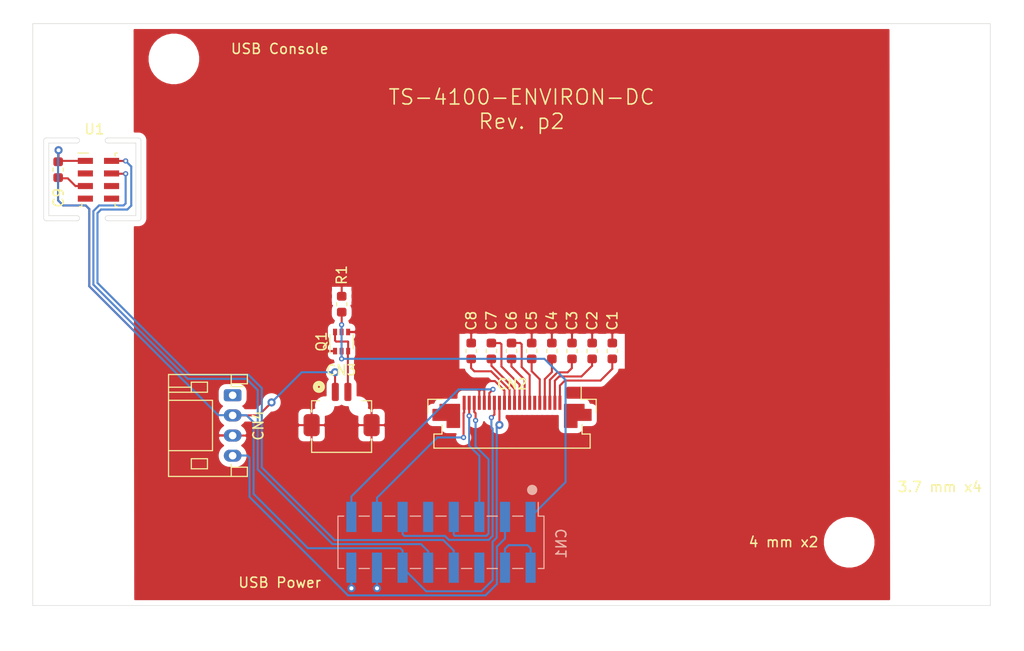
<source format=kicad_pcb>
(kicad_pcb (version 20171130) (host pcbnew "(5.1.6)-1")

  (general
    (thickness 1.6)
    (drawings 35)
    (tracks 223)
    (zones 0)
    (modules 22)
    (nets 34)
  )

  (page A)
  (layers
    (0 F.Cu signal)
    (31 B.Cu signal)
    (32 B.Adhes user)
    (33 F.Adhes user)
    (34 B.Paste user)
    (35 F.Paste user)
    (36 B.SilkS user)
    (37 F.SilkS user)
    (38 B.Mask user)
    (39 F.Mask user)
    (40 Dwgs.User user)
    (41 Cmts.User user)
    (42 Eco1.User user)
    (43 Eco2.User user)
    (44 Edge.Cuts user)
    (45 Margin user)
    (46 B.CrtYd user)
    (47 F.CrtYd user)
    (48 B.Fab user)
    (49 F.Fab user)
  )

  (setup
    (last_trace_width 0.2032)
    (trace_clearance 0.2032)
    (zone_clearance 0.762)
    (zone_45_only no)
    (trace_min 0.1524)
    (via_size 0.8)
    (via_drill 0.4)
    (via_min_size 0.381)
    (via_min_drill 0.254)
    (user_via 0.508 0.254)
    (uvia_size 0.3)
    (uvia_drill 0.1)
    (uvias_allowed no)
    (uvia_min_size 0.2)
    (uvia_min_drill 0.1)
    (edge_width 0.05)
    (segment_width 0.2)
    (pcb_text_width 0.3)
    (pcb_text_size 1.5 1.5)
    (mod_edge_width 0.12)
    (mod_text_size 1 1)
    (mod_text_width 0.15)
    (pad_size 1.6 2.2)
    (pad_drill 0)
    (pad_to_mask_clearance 0.05)
    (aux_axis_origin 0 0)
    (visible_elements 7FFFFFFF)
    (pcbplotparams
      (layerselection 0x010fc_ffffffff)
      (usegerberextensions false)
      (usegerberattributes true)
      (usegerberadvancedattributes true)
      (creategerberjobfile true)
      (excludeedgelayer true)
      (linewidth 0.100000)
      (plotframeref false)
      (viasonmask false)
      (mode 1)
      (useauxorigin false)
      (hpglpennumber 1)
      (hpglpenspeed 20)
      (hpglpendiameter 15.000000)
      (psnegative false)
      (psa4output false)
      (plotreference true)
      (plotvalue true)
      (plotinvisibletext false)
      (padsonsilk false)
      (subtractmaskfromsilk false)
      (outputformat 4)
      (mirror false)
      (drillshape 0)
      (scaleselection 1)
      (outputdirectory ""))
  )

  (net 0 "")
  (net 1 GND)
  (net 2 "Net-(C1-Pad1)")
  (net 3 "Net-(C2-Pad1)")
  (net 4 "Net-(C3-Pad1)")
  (net 5 "Net-(C4-Pad1)")
  (net 6 "Net-(C5-Pad1)")
  (net 7 "Net-(C6-Pad1)")
  (net 8 "Net-(C6-Pad2)")
  (net 9 "Net-(C7-Pad1)")
  (net 10 "Net-(C8-Pad1)")
  (net 11 +3V3)
  (net 12 "Net-(CN1-Pad6)")
  (net 13 SPI_MOSI)
  (net 14 SPI_CLK)
  (net 15 LCD_CMD)
  (net 16 LCD_RESET#)
  (net 17 SPI_CS#)
  (net 18 BACKLITE_EN)
  (net 19 +5V)
  (net 20 PIR_DIG_OUT)
  (net 21 I2C_SCL)
  (net 22 I2C_SDA)
  (net 23 "Net-(U1-Pad2)")
  (net 24 "Net-(U1-Pad6)")
  (net 25 "Net-(U1-Pad4)")
  (net 26 "Net-(U1-Pad5)")
  (net 27 "Net-(C7-Pad2)")
  (net 28 "Net-(CN1-Pad9)")
  (net 29 "Net-(CN2-Pad6)")
  (net 30 "Net-(CN2-Pad22)")
  (net 31 "Net-(CN2-Pad21)")
  (net 32 "Net-(CN3-Pad2)")
  (net 33 "Net-(CN4-Pad1)")

  (net_class Default "This is the default net class."
    (clearance 0.2032)
    (trace_width 0.2032)
    (via_dia 0.8)
    (via_drill 0.4)
    (uvia_dia 0.3)
    (uvia_drill 0.1)
    (add_net +3V3)
    (add_net +5V)
    (add_net BACKLITE_EN)
    (add_net GND)
    (add_net I2C_SCL)
    (add_net I2C_SDA)
    (add_net LCD_CMD)
    (add_net LCD_RESET#)
    (add_net "Net-(C1-Pad1)")
    (add_net "Net-(C2-Pad1)")
    (add_net "Net-(C3-Pad1)")
    (add_net "Net-(C4-Pad1)")
    (add_net "Net-(C5-Pad1)")
    (add_net "Net-(C6-Pad1)")
    (add_net "Net-(C6-Pad2)")
    (add_net "Net-(C7-Pad1)")
    (add_net "Net-(C7-Pad2)")
    (add_net "Net-(C8-Pad1)")
    (add_net "Net-(CN1-Pad6)")
    (add_net "Net-(CN1-Pad9)")
    (add_net "Net-(CN2-Pad21)")
    (add_net "Net-(CN2-Pad22)")
    (add_net "Net-(CN2-Pad6)")
    (add_net "Net-(CN3-Pad2)")
    (add_net "Net-(CN4-Pad1)")
    (add_net "Net-(U1-Pad2)")
    (add_net "Net-(U1-Pad4)")
    (add_net "Net-(U1-Pad5)")
    (add_net "Net-(U1-Pad6)")
    (add_net PIR_DIG_OUT)
    (add_net SPI_CLK)
    (add_net SPI_CS#)
    (add_net SPI_MOSI)
  )

  (module ts4100-environ-station-DC:Amphenol_SFV20R-1STE1HLF_1x20-1MP_P0.50mm_Horizontal (layer F.Cu) (tedit 5F8F7683) (tstamp 5F6134D8)
    (at 147.05 120)
    (descr "Amphenol SFV, FFC/FPC connector, SFV20R-2STE1HLF, 20 Pins per row")
    (tags "connector Amphenol SFV horizontal")
    (path /5F59A061)
    (attr smd)
    (fp_text reference CN2 (at 0 -3.7) (layer F.SilkS)
      (effects (font (size 1 1) (thickness 0.15)))
    )
    (fp_text value LXD-M4492C-LCD (at 0 5.6) (layer F.Fab)
      (effects (font (size 1 1) (thickness 0.15)))
    )
    (fp_line (start 6.95 1.25) (end 6.95 0.3) (layer F.SilkS) (width 0.12))
    (fp_line (start 7.75 1.25) (end 6.95 1.25) (layer F.SilkS) (width 0.12))
    (fp_line (start -6.95 1.25) (end -6.95 0.35) (layer F.SilkS) (width 0.12))
    (fp_line (start -7.75 1.25) (end -6.95 1.25) (layer F.SilkS) (width 0.12))
    (fp_line (start -7.75 2.65) (end -7.75 1.25) (layer F.SilkS) (width 0.12))
    (fp_line (start 7.75 2.65) (end 7.75 1.25) (layer F.SilkS) (width 0.12))
    (fp_line (start 0 2.65) (end -7.75 2.65) (layer F.SilkS) (width 0.12))
    (fp_line (start 0 2.65) (end 7.75 2.65) (layer F.SilkS) (width 0.12))
    (fp_line (start 0 -1.55) (end -6.55 -1.55) (layer F.Fab) (width 0.1))
    (fp_line (start 0 -1.55) (end 6.55 -1.55) (layer F.Fab) (width 0.1))
    (fp_line (start -6.86 -2.2) (end -8.35 -2.2) (layer F.SilkS) (width 0.12))
    (fp_line (start -8.35 -2.2) (end -8.35 -0.86) (layer F.SilkS) (width 0.12))
    (fp_line (start 6.86 -2.2) (end 8.35 -2.2) (layer F.SilkS) (width 0.12))
    (fp_line (start 8.35 -2.2) (end 8.35 -0.86) (layer F.SilkS) (width 0.12))
    (fp_line (start 6.86 -2.2) (end 6.86 -3.4) (layer F.SilkS) (width 0.12))
    (fp_line (start -5.25 -1.45) (end -4.75 -0.742893) (layer F.Fab) (width 0.1))
    (fp_line (start -4.75 -0.742893) (end -4.25 -1.45) (layer F.Fab) (width 0.1))
    (fp_line (start -8.55 -3) (end -8.55 3.15) (layer F.CrtYd) (width 0.05))
    (fp_line (start -8.55 3.15) (end 8.55 3.15) (layer F.CrtYd) (width 0.05))
    (fp_line (start 8.55 3.15) (end 8.55 -3) (layer F.CrtYd) (width 0.05))
    (fp_line (start 8.55 -3) (end -8.55 -3) (layer F.CrtYd) (width 0.05))
    (fp_text user https://cdn.amphenol-icc.com/media/wysiwyg/files/drawing/10112793.pdf (at 0.35 8.1) (layer F.Fab) hide
      (effects (font (size 1 1) (thickness 0.15)))
    )
    (pad 21 smd custom (at -6.25 -0.8) (size 1 1) (layers F.Cu F.Paste F.Mask)
      (net 31 "Net-(CN2-Pad21)") (zone_connect 0)
      (options (clearance outline) (anchor rect))
      (primitives
        (gr_poly (pts
           (xy 1.05 1.4) (xy -0.2 1.4) (xy -0.2 0.7) (xy -1.6 0.7) (xy -1.6 -0.4)
           (xy -0.9 -0.4) (xy -0.9 -0.9) (xy 1.05 -0.9)) (width 0.1))
      ))
    (pad 22 smd custom (at 6.05 -0.85) (size 1 1) (layers F.Cu F.Paste F.Mask)
      (net 30 "Net-(CN2-Pad22)") (zone_connect 0)
      (options (clearance outline) (anchor rect))
      (primitives
        (gr_poly (pts
           (xy -0.85 1.45) (xy 0.4 1.45) (xy 0.4 0.75) (xy 1.8 0.75) (xy 1.8 -0.35)
           (xy 1.1 -0.35) (xy 1.1 -0.85) (xy -0.85 -0.85)) (width 0.1))
      ))
    (pad 1 smd rect (at 4.75 -1.85) (size 0.3 1.4) (layers F.Cu F.Paste F.Mask)
      (net 2 "Net-(C1-Pad1)"))
    (pad 2 smd rect (at 4.25 -1.85) (size 0.3 1.4) (layers F.Cu F.Paste F.Mask)
      (net 3 "Net-(C2-Pad1)"))
    (pad 3 smd rect (at 3.75 -1.85) (size 0.3 1.4) (layers F.Cu F.Paste F.Mask)
      (net 4 "Net-(C3-Pad1)"))
    (pad 4 smd rect (at 3.25 -1.85) (size 0.3 1.4) (layers F.Cu F.Paste F.Mask)
      (net 5 "Net-(C4-Pad1)"))
    (pad 5 smd rect (at 2.75 -1.85) (size 0.3 1.4) (layers F.Cu F.Paste F.Mask)
      (net 6 "Net-(C5-Pad1)"))
    (pad 6 smd rect (at 2.25 -1.85) (size 0.3 1.4) (layers F.Cu F.Paste F.Mask)
      (net 29 "Net-(CN2-Pad6)"))
    (pad 7 smd rect (at 1.75 -1.85) (size 0.3 1.4) (layers F.Cu F.Paste F.Mask)
      (net 7 "Net-(C6-Pad1)"))
    (pad 8 smd rect (at 1.25 -1.85) (size 0.3 1.4) (layers F.Cu F.Paste F.Mask)
      (net 8 "Net-(C6-Pad2)"))
    (pad 9 smd rect (at 0.75 -1.85) (size 0.3 1.4) (layers F.Cu F.Paste F.Mask)
      (net 9 "Net-(C7-Pad1)"))
    (pad 10 smd rect (at 0.25 -1.85) (size 0.3 1.4) (layers F.Cu F.Paste F.Mask)
      (net 27 "Net-(C7-Pad2)"))
    (pad 11 smd rect (at -0.25 -1.85) (size 0.3 1.4) (layers F.Cu F.Paste F.Mask)
      (net 10 "Net-(C8-Pad1)"))
    (pad 12 smd rect (at -0.75 -1.85) (size 0.3 1.4) (layers F.Cu F.Paste F.Mask)
      (net 1 GND))
    (pad 13 smd rect (at -1.25 -1.85) (size 0.3 1.4) (layers F.Cu F.Paste F.Mask)
      (net 11 +3V3))
    (pad 14 smd rect (at -1.75 -1.85) (size 0.3 1.4) (layers F.Cu F.Paste F.Mask)
      (net 13 SPI_MOSI))
    (pad 15 smd rect (at -2.25 -1.85) (size 0.3 1.4) (layers F.Cu F.Paste F.Mask)
      (net 14 SPI_CLK))
    (pad 16 smd rect (at -2.75 -1.85) (size 0.3 1.4) (layers F.Cu F.Paste F.Mask)
      (net 1 GND))
    (pad 17 smd rect (at -3.25 -1.85) (size 0.3 1.4) (layers F.Cu F.Paste F.Mask)
      (net 1 GND))
    (pad 18 smd rect (at -3.75 -1.85) (size 0.3 1.4) (layers F.Cu F.Paste F.Mask)
      (net 15 LCD_CMD))
    (pad 19 smd rect (at -4.25 -1.85) (size 0.3 1.4) (layers F.Cu F.Paste F.Mask)
      (net 16 LCD_RESET#))
    (pad 20 smd rect (at -4.75 -1.85) (size 0.3 1.4) (layers F.Cu F.Paste F.Mask)
      (net 17 SPI_CS#))
    (model ${KIPRJMOD}/ts4100-environ-station-DC.pretty/ssfv20r_1stlf.stp
      (offset (xyz 6.95 -2.65 1.8))
      (scale (xyz 1 1 1))
      (rotate (xyz -90 180 0))
    )
  )

  (module "ts4100-environ-station-DC:Hirose_DF13-2P-1.25H(75)_1x02_1MP_P1.25mm_Horizontal" (layer F.Cu) (tedit 60E4C8F9) (tstamp 5F62447C)
    (at 130.1384 117.0668)
    (descr "Hirose DF13 SMD, DF13-2P-1.25H(75), 2 Pins per row (https://www.hirose.com/product/en/products/DF13/), generated with kicad-footprint-generator")
    (tags "hirose connector")
    (path /5F5BC7DF)
    (attr smd)
    (fp_text reference CN3 (at -0.05 -2.15) (layer F.SilkS)
      (effects (font (size 1 1) (thickness 0.15)))
    )
    (fp_text value Conn_01x02_MountingPin (at -0.075 8.175) (layer F.Fab)
      (effects (font (size 1 1) (thickness 0.15)))
    )
    (fp_line (start -2.975 4.65) (end -2.975 6) (layer F.SilkS) (width 0.12))
    (fp_line (start -2.975 0.875) (end -2.975 2) (layer F.SilkS) (width 0.12))
    (fp_line (start -2.2 0.875) (end -2.975 0.875) (layer F.SilkS) (width 0.12))
    (fp_line (start -4.4 -1.3) (end -4.4 6.55) (layer F.CrtYd) (width 0.05))
    (fp_line (start -4.4 6.55) (end 4.4 6.55) (layer F.CrtYd) (width 0.05))
    (fp_line (start 4.4 -1.3) (end 4.4 6.55) (layer F.CrtYd) (width 0.05))
    (fp_line (start -4.4 -1.3) (end 4.4 -1.3) (layer F.CrtYd) (width 0.05))
    (fp_line (start 2.975 6) (end 2.975 4.675) (layer F.SilkS) (width 0.12))
    (fp_line (start 2.975 1.95) (end 2.975 0.875) (layer F.SilkS) (width 0.12))
    (fp_line (start -2.975 6) (end 2.975 6) (layer F.SilkS) (width 0.12))
    (fp_line (start 2.025 0.875) (end 2.975 0.875) (layer F.SilkS) (width 0.12))
    (fp_circle (center -2.25 -0.5) (end -2.15 -0.5) (layer F.SilkS) (width 0.5))
    (pad 1 smd roundrect (at -0.625 0) (size 0.7 1.8) (layers F.Cu F.Paste F.Mask) (roundrect_rratio 0.25)
      (net 11 +3V3))
    (pad 2 smd roundrect (at 0.625 0) (size 0.7 1.8) (layers F.Cu F.Paste F.Mask) (roundrect_rratio 0.25)
      (net 32 "Net-(CN3-Pad2)"))
    (pad MP smd roundrect (at -2.975 3.3) (size 1.6 2.2) (layers F.Cu F.Paste F.Mask) (roundrect_rratio 0.25)
      (net 1 GND))
    (pad MP smd roundrect (at 2.975 3.3) (size 1.6 2.2) (layers F.Cu F.Paste F.Mask) (roundrect_rratio 0.25)
      (net 1 GND))
    (pad "" np_thru_hole circle (at 1.675 1.4) (size 0.9 0.9) (drill 0.9) (layers *.Cu *.Mask))
    (pad "" np_thru_hole circle (at -1.675 1.4) (size 0.9 0.9) (drill 0.9) (layers *.Cu *.Mask))
    (model ${KIPRJMOD}/ts4100-environ-station-DC.pretty/DF13-2P-1.25H.stp
      (offset (xyz -11.87 -3.23 -22.5))
      (scale (xyz 1 1 1))
      (rotate (xyz 0 90 180))
    )
  )

  (module MountingHole:MountingHole_3.7mm locked (layer F.Cu) (tedit 56D1B4CB) (tstamp 5F612E13)
    (at 104.3 131.4)
    (descr "Mounting Hole 3.7mm, no annular")
    (tags "mounting hole 3.7mm no annular")
    (attr virtual)
    (fp_text reference REF** (at 0 -4.7) (layer F.SilkS) hide
      (effects (font (size 1 1) (thickness 0.15)))
    )
    (fp_text value MountingHole_3.7mm (at 0 4.7) (layer F.Fab)
      (effects (font (size 1 1) (thickness 0.15)))
    )
    (fp_circle (center 0 0) (end 3.7 0) (layer Cmts.User) (width 0.15))
    (fp_circle (center 0 0) (end 3.95 0) (layer F.CrtYd) (width 0.05))
    (fp_text user %R (at 0.3 0) (layer F.Fab)
      (effects (font (size 1 1) (thickness 0.15)))
    )
    (pad 1 np_thru_hole circle (at 0 0) (size 3.7 3.7) (drill 3.7) (layers *.Cu *.Mask))
  )

  (module Package_TO_SOT_SMD:SOT-363_SC-70-6 (layer F.Cu) (tedit 5A02FF57) (tstamp 5F612DCD)
    (at 130.1384 112.0668 90)
    (descr "SOT-363, SC-70-6")
    (tags "SOT-363 SC-70-6")
    (path /5F5C0980)
    (attr smd)
    (fp_text reference Q1 (at 0 -2 90) (layer F.SilkS)
      (effects (font (size 1 1) (thickness 0.15)))
    )
    (fp_text value DMN65D8LDW (at 0 2 270) (layer F.Fab)
      (effects (font (size 1 1) (thickness 0.15)))
    )
    (fp_line (start 0.7 -1.16) (end -1.2 -1.16) (layer F.SilkS) (width 0.12))
    (fp_line (start -0.7 1.16) (end 0.7 1.16) (layer F.SilkS) (width 0.12))
    (fp_line (start 1.6 1.4) (end 1.6 -1.4) (layer F.CrtYd) (width 0.05))
    (fp_line (start -1.6 -1.4) (end -1.6 1.4) (layer F.CrtYd) (width 0.05))
    (fp_line (start -1.6 -1.4) (end 1.6 -1.4) (layer F.CrtYd) (width 0.05))
    (fp_line (start 0.675 -1.1) (end -0.175 -1.1) (layer F.Fab) (width 0.1))
    (fp_line (start -0.675 -0.6) (end -0.675 1.1) (layer F.Fab) (width 0.1))
    (fp_line (start -1.6 1.4) (end 1.6 1.4) (layer F.CrtYd) (width 0.05))
    (fp_line (start 0.675 -1.1) (end 0.675 1.1) (layer F.Fab) (width 0.1))
    (fp_line (start 0.675 1.1) (end -0.675 1.1) (layer F.Fab) (width 0.1))
    (fp_line (start -0.175 -1.1) (end -0.675 -0.6) (layer F.Fab) (width 0.1))
    (fp_text user %R (at 0 0) (layer F.Fab)
      (effects (font (size 0.5 0.5) (thickness 0.075)))
    )
    (pad 1 smd rect (at -0.95 -0.65 90) (size 0.65 0.4) (layers F.Cu F.Paste F.Mask)
      (net 1 GND))
    (pad 3 smd rect (at -0.95 0.65 90) (size 0.65 0.4) (layers F.Cu F.Paste F.Mask)
      (net 32 "Net-(CN3-Pad2)"))
    (pad 5 smd rect (at 0.95 0 90) (size 0.65 0.4) (layers F.Cu F.Paste F.Mask)
      (net 18 BACKLITE_EN))
    (pad 2 smd rect (at -0.95 0 90) (size 0.65 0.4) (layers F.Cu F.Paste F.Mask)
      (net 18 BACKLITE_EN))
    (pad 4 smd rect (at 0.95 0.65 90) (size 0.65 0.4) (layers F.Cu F.Paste F.Mask)
      (net 1 GND))
    (pad 6 smd rect (at 0.95 -0.65 90) (size 0.65 0.4) (layers F.Cu F.Paste F.Mask)
      (net 32 "Net-(CN3-Pad2)"))
    (model ${KISYS3DMOD}/Package_TO_SOT_SMD.3dshapes/SOT-363_SC-70-6.wrl
      (at (xyz 0 0 0))
      (scale (xyz 1 1 1))
      (rotate (xyz 0 0 0))
    )
  )

  (module Capacitor_SMD:C_0603_1608Metric (layer F.Cu) (tedit 5B301BBE) (tstamp 5F8FEE28)
    (at 143 113 90)
    (descr "Capacitor SMD 0603 (1608 Metric), square (rectangular) end terminal, IPC_7351 nominal, (Body size source: http://www.tortai-tech.com/upload/download/2011102023233369053.pdf), generated with kicad-footprint-generator")
    (tags capacitor)
    (path /5F5A19BB)
    (attr smd)
    (fp_text reference C8 (at 3 0 90) (layer F.SilkS)
      (effects (font (size 1 1) (thickness 0.15)))
    )
    (fp_text value 1uF (at 0 1.43 90) (layer F.Fab)
      (effects (font (size 1 1) (thickness 0.15)))
    )
    (fp_line (start -0.8 0.4) (end -0.8 -0.4) (layer F.Fab) (width 0.1))
    (fp_line (start -0.8 -0.4) (end 0.8 -0.4) (layer F.Fab) (width 0.1))
    (fp_line (start 0.8 -0.4) (end 0.8 0.4) (layer F.Fab) (width 0.1))
    (fp_line (start 0.8 0.4) (end -0.8 0.4) (layer F.Fab) (width 0.1))
    (fp_line (start -0.162779 -0.51) (end 0.162779 -0.51) (layer F.SilkS) (width 0.12))
    (fp_line (start -0.162779 0.51) (end 0.162779 0.51) (layer F.SilkS) (width 0.12))
    (fp_line (start -1.48 0.73) (end -1.48 -0.73) (layer F.CrtYd) (width 0.05))
    (fp_line (start -1.48 -0.73) (end 1.48 -0.73) (layer F.CrtYd) (width 0.05))
    (fp_line (start 1.48 -0.73) (end 1.48 0.73) (layer F.CrtYd) (width 0.05))
    (fp_line (start 1.48 0.73) (end -1.48 0.73) (layer F.CrtYd) (width 0.05))
    (fp_text user %R (at 0 0 90) (layer F.Fab)
      (effects (font (size 0.4 0.4) (thickness 0.06)))
    )
    (pad 1 smd roundrect (at -0.7875 0 90) (size 0.875 0.95) (layers F.Cu F.Paste F.Mask) (roundrect_rratio 0.25)
      (net 10 "Net-(C8-Pad1)"))
    (pad 2 smd roundrect (at 0.7875 0 90) (size 0.875 0.95) (layers F.Cu F.Paste F.Mask) (roundrect_rratio 0.25)
      (net 1 GND))
    (model ${KISYS3DMOD}/Capacitor_SMD.3dshapes/C_0603_1608Metric.wrl
      (at (xyz 0 0 0))
      (scale (xyz 1 1 1))
      (rotate (xyz 0 0 0))
    )
  )

  (module Capacitor_SMD:C_0603_1608Metric (layer F.Cu) (tedit 5B301BBE) (tstamp 5F8FEDF8)
    (at 149 113 90)
    (descr "Capacitor SMD 0603 (1608 Metric), square (rectangular) end terminal, IPC_7351 nominal, (Body size source: http://www.tortai-tech.com/upload/download/2011102023233369053.pdf), generated with kicad-footprint-generator")
    (tags capacitor)
    (path /5F59FF0D)
    (attr smd)
    (fp_text reference C5 (at 3 0 90) (layer F.SilkS)
      (effects (font (size 1 1) (thickness 0.15)))
    )
    (fp_text value 1uF (at 0 1.43 90) (layer F.Fab)
      (effects (font (size 1 1) (thickness 0.15)))
    )
    (fp_line (start -0.8 0.4) (end -0.8 -0.4) (layer F.Fab) (width 0.1))
    (fp_line (start -0.8 -0.4) (end 0.8 -0.4) (layer F.Fab) (width 0.1))
    (fp_line (start 0.8 -0.4) (end 0.8 0.4) (layer F.Fab) (width 0.1))
    (fp_line (start 0.8 0.4) (end -0.8 0.4) (layer F.Fab) (width 0.1))
    (fp_line (start -0.162779 -0.51) (end 0.162779 -0.51) (layer F.SilkS) (width 0.12))
    (fp_line (start -0.162779 0.51) (end 0.162779 0.51) (layer F.SilkS) (width 0.12))
    (fp_line (start -1.48 0.73) (end -1.48 -0.73) (layer F.CrtYd) (width 0.05))
    (fp_line (start -1.48 -0.73) (end 1.48 -0.73) (layer F.CrtYd) (width 0.05))
    (fp_line (start 1.48 -0.73) (end 1.48 0.73) (layer F.CrtYd) (width 0.05))
    (fp_line (start 1.48 0.73) (end -1.48 0.73) (layer F.CrtYd) (width 0.05))
    (fp_text user %R (at 0 0 90) (layer F.Fab)
      (effects (font (size 0.4 0.4) (thickness 0.06)))
    )
    (pad 1 smd roundrect (at -0.7875 0 90) (size 0.875 0.95) (layers F.Cu F.Paste F.Mask) (roundrect_rratio 0.25)
      (net 6 "Net-(C5-Pad1)"))
    (pad 2 smd roundrect (at 0.7875 0 90) (size 0.875 0.95) (layers F.Cu F.Paste F.Mask) (roundrect_rratio 0.25)
      (net 1 GND))
    (model ${KISYS3DMOD}/Capacitor_SMD.3dshapes/C_0603_1608Metric.wrl
      (at (xyz 0 0 0))
      (scale (xyz 1 1 1))
      (rotate (xyz 0 0 0))
    )
  )

  (module Capacitor_SMD:C_0603_1608Metric (layer F.Cu) (tedit 5B301BBE) (tstamp 5F8FEEE8)
    (at 153 113 90)
    (descr "Capacitor SMD 0603 (1608 Metric), square (rectangular) end terminal, IPC_7351 nominal, (Body size source: http://www.tortai-tech.com/upload/download/2011102023233369053.pdf), generated with kicad-footprint-generator")
    (tags capacitor)
    (path /5F59DADC)
    (attr smd)
    (fp_text reference C3 (at 3 0 90) (layer F.SilkS)
      (effects (font (size 1 1) (thickness 0.15)))
    )
    (fp_text value 1uF (at 0 1.43 90) (layer F.Fab)
      (effects (font (size 1 1) (thickness 0.15)))
    )
    (fp_line (start -0.8 0.4) (end -0.8 -0.4) (layer F.Fab) (width 0.1))
    (fp_line (start -0.8 -0.4) (end 0.8 -0.4) (layer F.Fab) (width 0.1))
    (fp_line (start 0.8 -0.4) (end 0.8 0.4) (layer F.Fab) (width 0.1))
    (fp_line (start 0.8 0.4) (end -0.8 0.4) (layer F.Fab) (width 0.1))
    (fp_line (start -0.162779 -0.51) (end 0.162779 -0.51) (layer F.SilkS) (width 0.12))
    (fp_line (start -0.162779 0.51) (end 0.162779 0.51) (layer F.SilkS) (width 0.12))
    (fp_line (start -1.48 0.73) (end -1.48 -0.73) (layer F.CrtYd) (width 0.05))
    (fp_line (start -1.48 -0.73) (end 1.48 -0.73) (layer F.CrtYd) (width 0.05))
    (fp_line (start 1.48 -0.73) (end 1.48 0.73) (layer F.CrtYd) (width 0.05))
    (fp_line (start 1.48 0.73) (end -1.48 0.73) (layer F.CrtYd) (width 0.05))
    (fp_text user %R (at 0 0 90) (layer F.Fab)
      (effects (font (size 0.4 0.4) (thickness 0.06)))
    )
    (pad 1 smd roundrect (at -0.7875 0 90) (size 0.875 0.95) (layers F.Cu F.Paste F.Mask) (roundrect_rratio 0.25)
      (net 4 "Net-(C3-Pad1)"))
    (pad 2 smd roundrect (at 0.7875 0 90) (size 0.875 0.95) (layers F.Cu F.Paste F.Mask) (roundrect_rratio 0.25)
      (net 1 GND))
    (model ${KISYS3DMOD}/Capacitor_SMD.3dshapes/C_0603_1608Metric.wrl
      (at (xyz 0 0 0))
      (scale (xyz 1 1 1))
      (rotate (xyz 0 0 0))
    )
  )

  (module Capacitor_SMD:C_0603_1608Metric (layer F.Cu) (tedit 5B301BBE) (tstamp 5F8FEE88)
    (at 155 113 90)
    (descr "Capacitor SMD 0603 (1608 Metric), square (rectangular) end terminal, IPC_7351 nominal, (Body size source: http://www.tortai-tech.com/upload/download/2011102023233369053.pdf), generated with kicad-footprint-generator")
    (tags capacitor)
    (path /5F59D41A)
    (attr smd)
    (fp_text reference C2 (at 3 0 90) (layer F.SilkS)
      (effects (font (size 1 1) (thickness 0.15)))
    )
    (fp_text value 1uF (at 0 1.43 90) (layer F.Fab)
      (effects (font (size 1 1) (thickness 0.15)))
    )
    (fp_line (start 1.48 0.73) (end -1.48 0.73) (layer F.CrtYd) (width 0.05))
    (fp_line (start 1.48 -0.73) (end 1.48 0.73) (layer F.CrtYd) (width 0.05))
    (fp_line (start -1.48 -0.73) (end 1.48 -0.73) (layer F.CrtYd) (width 0.05))
    (fp_line (start -1.48 0.73) (end -1.48 -0.73) (layer F.CrtYd) (width 0.05))
    (fp_line (start -0.162779 0.51) (end 0.162779 0.51) (layer F.SilkS) (width 0.12))
    (fp_line (start -0.162779 -0.51) (end 0.162779 -0.51) (layer F.SilkS) (width 0.12))
    (fp_line (start 0.8 0.4) (end -0.8 0.4) (layer F.Fab) (width 0.1))
    (fp_line (start 0.8 -0.4) (end 0.8 0.4) (layer F.Fab) (width 0.1))
    (fp_line (start -0.8 -0.4) (end 0.8 -0.4) (layer F.Fab) (width 0.1))
    (fp_line (start -0.8 0.4) (end -0.8 -0.4) (layer F.Fab) (width 0.1))
    (fp_text user %R (at 0 0 90) (layer F.Fab)
      (effects (font (size 0.4 0.4) (thickness 0.06)))
    )
    (pad 2 smd roundrect (at 0.7875 0 90) (size 0.875 0.95) (layers F.Cu F.Paste F.Mask) (roundrect_rratio 0.25)
      (net 1 GND))
    (pad 1 smd roundrect (at -0.7875 0 90) (size 0.875 0.95) (layers F.Cu F.Paste F.Mask) (roundrect_rratio 0.25)
      (net 3 "Net-(C2-Pad1)"))
    (model ${KISYS3DMOD}/Capacitor_SMD.3dshapes/C_0603_1608Metric.wrl
      (at (xyz 0 0 0))
      (scale (xyz 1 1 1))
      (rotate (xyz 0 0 0))
    )
  )

  (module Capacitor_SMD:C_0603_1608Metric (layer F.Cu) (tedit 5B301BBE) (tstamp 5F8FEE58)
    (at 157 113 90)
    (descr "Capacitor SMD 0603 (1608 Metric), square (rectangular) end terminal, IPC_7351 nominal, (Body size source: http://www.tortai-tech.com/upload/download/2011102023233369053.pdf), generated with kicad-footprint-generator")
    (tags capacitor)
    (path /5F59CDD9)
    (attr smd)
    (fp_text reference C1 (at 3 0 90) (layer F.SilkS)
      (effects (font (size 1 1) (thickness 0.15)))
    )
    (fp_text value 1uF (at 0 1.43 90) (layer F.Fab)
      (effects (font (size 1 1) (thickness 0.15)))
    )
    (fp_line (start -0.8 0.4) (end -0.8 -0.4) (layer F.Fab) (width 0.1))
    (fp_line (start -0.8 -0.4) (end 0.8 -0.4) (layer F.Fab) (width 0.1))
    (fp_line (start 0.8 -0.4) (end 0.8 0.4) (layer F.Fab) (width 0.1))
    (fp_line (start 0.8 0.4) (end -0.8 0.4) (layer F.Fab) (width 0.1))
    (fp_line (start -0.162779 -0.51) (end 0.162779 -0.51) (layer F.SilkS) (width 0.12))
    (fp_line (start -0.162779 0.51) (end 0.162779 0.51) (layer F.SilkS) (width 0.12))
    (fp_line (start -1.48 0.73) (end -1.48 -0.73) (layer F.CrtYd) (width 0.05))
    (fp_line (start -1.48 -0.73) (end 1.48 -0.73) (layer F.CrtYd) (width 0.05))
    (fp_line (start 1.48 -0.73) (end 1.48 0.73) (layer F.CrtYd) (width 0.05))
    (fp_line (start 1.48 0.73) (end -1.48 0.73) (layer F.CrtYd) (width 0.05))
    (fp_text user %R (at 0 0 90) (layer F.Fab)
      (effects (font (size 0.4 0.4) (thickness 0.06)))
    )
    (pad 1 smd roundrect (at -0.7875 0 90) (size 0.875 0.95) (layers F.Cu F.Paste F.Mask) (roundrect_rratio 0.25)
      (net 2 "Net-(C1-Pad1)"))
    (pad 2 smd roundrect (at 0.7875 0 90) (size 0.875 0.95) (layers F.Cu F.Paste F.Mask) (roundrect_rratio 0.25)
      (net 1 GND))
    (model ${KISYS3DMOD}/Capacitor_SMD.3dshapes/C_0603_1608Metric.wrl
      (at (xyz 0 0 0))
      (scale (xyz 1 1 1))
      (rotate (xyz 0 0 0))
    )
  )

  (module Capacitor_SMD:C_0603_1608Metric (layer F.Cu) (tedit 5B301BBE) (tstamp 5F8FEF18)
    (at 147 113 270)
    (descr "Capacitor SMD 0603 (1608 Metric), square (rectangular) end terminal, IPC_7351 nominal, (Body size source: http://www.tortai-tech.com/upload/download/2011102023233369053.pdf), generated with kicad-footprint-generator")
    (tags capacitor)
    (path /5F5AA0C0)
    (attr smd)
    (fp_text reference C6 (at -3 0 90) (layer F.SilkS)
      (effects (font (size 1 1) (thickness 0.15)))
    )
    (fp_text value 1uF (at 0 1.43 90) (layer F.Fab)
      (effects (font (size 1 1) (thickness 0.15)))
    )
    (fp_line (start 1.48 0.73) (end -1.48 0.73) (layer F.CrtYd) (width 0.05))
    (fp_line (start 1.48 -0.73) (end 1.48 0.73) (layer F.CrtYd) (width 0.05))
    (fp_line (start -1.48 -0.73) (end 1.48 -0.73) (layer F.CrtYd) (width 0.05))
    (fp_line (start -1.48 0.73) (end -1.48 -0.73) (layer F.CrtYd) (width 0.05))
    (fp_line (start -0.162779 0.51) (end 0.162779 0.51) (layer F.SilkS) (width 0.12))
    (fp_line (start -0.162779 -0.51) (end 0.162779 -0.51) (layer F.SilkS) (width 0.12))
    (fp_line (start 0.8 0.4) (end -0.8 0.4) (layer F.Fab) (width 0.1))
    (fp_line (start 0.8 -0.4) (end 0.8 0.4) (layer F.Fab) (width 0.1))
    (fp_line (start -0.8 -0.4) (end 0.8 -0.4) (layer F.Fab) (width 0.1))
    (fp_line (start -0.8 0.4) (end -0.8 -0.4) (layer F.Fab) (width 0.1))
    (fp_text user %R (at 0 0 90) (layer F.Fab)
      (effects (font (size 0.4 0.4) (thickness 0.06)))
    )
    (pad 2 smd roundrect (at 0.7875 0 270) (size 0.875 0.95) (layers F.Cu F.Paste F.Mask) (roundrect_rratio 0.25)
      (net 8 "Net-(C6-Pad2)"))
    (pad 1 smd roundrect (at -0.7875 0 270) (size 0.875 0.95) (layers F.Cu F.Paste F.Mask) (roundrect_rratio 0.25)
      (net 7 "Net-(C6-Pad1)"))
    (model ${KISYS3DMOD}/Capacitor_SMD.3dshapes/C_0603_1608Metric.wrl
      (at (xyz 0 0 0))
      (scale (xyz 1 1 1))
      (rotate (xyz 0 0 0))
    )
  )

  (module Capacitor_SMD:C_0603_1608Metric (layer F.Cu) (tedit 5B301BBE) (tstamp 5F8FEF48)
    (at 151 113 90)
    (descr "Capacitor SMD 0603 (1608 Metric), square (rectangular) end terminal, IPC_7351 nominal, (Body size source: http://www.tortai-tech.com/upload/download/2011102023233369053.pdf), generated with kicad-footprint-generator")
    (tags capacitor)
    (path /5F59DC91)
    (attr smd)
    (fp_text reference C4 (at 3 0 90) (layer F.SilkS)
      (effects (font (size 1 1) (thickness 0.15)))
    )
    (fp_text value 1uF (at 0 1.43 90) (layer F.Fab)
      (effects (font (size 1 1) (thickness 0.15)))
    )
    (fp_line (start 1.48 0.73) (end -1.48 0.73) (layer F.CrtYd) (width 0.05))
    (fp_line (start 1.48 -0.73) (end 1.48 0.73) (layer F.CrtYd) (width 0.05))
    (fp_line (start -1.48 -0.73) (end 1.48 -0.73) (layer F.CrtYd) (width 0.05))
    (fp_line (start -1.48 0.73) (end -1.48 -0.73) (layer F.CrtYd) (width 0.05))
    (fp_line (start -0.162779 0.51) (end 0.162779 0.51) (layer F.SilkS) (width 0.12))
    (fp_line (start -0.162779 -0.51) (end 0.162779 -0.51) (layer F.SilkS) (width 0.12))
    (fp_line (start 0.8 0.4) (end -0.8 0.4) (layer F.Fab) (width 0.1))
    (fp_line (start 0.8 -0.4) (end 0.8 0.4) (layer F.Fab) (width 0.1))
    (fp_line (start -0.8 -0.4) (end 0.8 -0.4) (layer F.Fab) (width 0.1))
    (fp_line (start -0.8 0.4) (end -0.8 -0.4) (layer F.Fab) (width 0.1))
    (fp_text user %R (at 0 0 90) (layer F.Fab)
      (effects (font (size 0.4 0.4) (thickness 0.06)))
    )
    (pad 2 smd roundrect (at 0.7875 0 90) (size 0.875 0.95) (layers F.Cu F.Paste F.Mask) (roundrect_rratio 0.25)
      (net 1 GND))
    (pad 1 smd roundrect (at -0.7875 0 90) (size 0.875 0.95) (layers F.Cu F.Paste F.Mask) (roundrect_rratio 0.25)
      (net 5 "Net-(C4-Pad1)"))
    (model ${KISYS3DMOD}/Capacitor_SMD.3dshapes/C_0603_1608Metric.wrl
      (at (xyz 0 0 0))
      (scale (xyz 1 1 1))
      (rotate (xyz 0 0 0))
    )
  )

  (module Capacitor_SMD:C_0603_1608Metric (layer F.Cu) (tedit 5B301BBE) (tstamp 5F8FEEB8)
    (at 145 113 270)
    (descr "Capacitor SMD 0603 (1608 Metric), square (rectangular) end terminal, IPC_7351 nominal, (Body size source: http://www.tortai-tech.com/upload/download/2011102023233369053.pdf), generated with kicad-footprint-generator")
    (tags capacitor)
    (path /5F5A80E3)
    (attr smd)
    (fp_text reference C7 (at -3 0 90) (layer F.SilkS)
      (effects (font (size 1 1) (thickness 0.15)))
    )
    (fp_text value 1uF (at 0 1.43 90) (layer F.Fab)
      (effects (font (size 1 1) (thickness 0.15)))
    )
    (fp_line (start -0.8 0.4) (end -0.8 -0.4) (layer F.Fab) (width 0.1))
    (fp_line (start -0.8 -0.4) (end 0.8 -0.4) (layer F.Fab) (width 0.1))
    (fp_line (start 0.8 -0.4) (end 0.8 0.4) (layer F.Fab) (width 0.1))
    (fp_line (start 0.8 0.4) (end -0.8 0.4) (layer F.Fab) (width 0.1))
    (fp_line (start -0.162779 -0.51) (end 0.162779 -0.51) (layer F.SilkS) (width 0.12))
    (fp_line (start -0.162779 0.51) (end 0.162779 0.51) (layer F.SilkS) (width 0.12))
    (fp_line (start -1.48 0.73) (end -1.48 -0.73) (layer F.CrtYd) (width 0.05))
    (fp_line (start -1.48 -0.73) (end 1.48 -0.73) (layer F.CrtYd) (width 0.05))
    (fp_line (start 1.48 -0.73) (end 1.48 0.73) (layer F.CrtYd) (width 0.05))
    (fp_line (start 1.48 0.73) (end -1.48 0.73) (layer F.CrtYd) (width 0.05))
    (fp_text user %R (at 0 0 90) (layer F.Fab)
      (effects (font (size 0.4 0.4) (thickness 0.06)))
    )
    (pad 1 smd roundrect (at -0.7875 0 270) (size 0.875 0.95) (layers F.Cu F.Paste F.Mask) (roundrect_rratio 0.25)
      (net 9 "Net-(C7-Pad1)"))
    (pad 2 smd roundrect (at 0.7875 0 270) (size 0.875 0.95) (layers F.Cu F.Paste F.Mask) (roundrect_rratio 0.25)
      (net 27 "Net-(C7-Pad2)"))
    (model ${KISYS3DMOD}/Capacitor_SMD.3dshapes/C_0603_1608Metric.wrl
      (at (xyz 0 0 0))
      (scale (xyz 1 1 1))
      (rotate (xyz 0 0 0))
    )
  )

  (module ts4100-environ-station-DC:DFN-8_3x5_P1.25mm_HandSolder (layer F.Cu) (tedit 5F599E9C) (tstamp 5F626164)
    (at 106.016 96)
    (path /5F580217)
    (fp_text reference U1 (at -0.4028 -5.0172) (layer F.SilkS)
      (effects (font (size 1 1) (thickness 0.15)))
    )
    (fp_text value MS860702BA01-50 (at 0 4.8) (layer F.Fab)
      (effects (font (size 1 1) (thickness 0.15)))
    )
    (fp_line (start -1.5 -1.5) (end -1.5 2.5) (layer F.Fab) (width 0.15))
    (fp_line (start 2.45 3.3) (end -2.45 3.3) (layer F.CrtYd) (width 0.05))
    (fp_line (start 1.65 2.65) (end 1.65 2.3375) (layer F.SilkS) (width 0.12))
    (fp_line (start -0.5 -2.5) (end -1.5 -1.5) (layer F.Fab) (width 0.15))
    (fp_line (start -1.65 2.65) (end -1.65 2.3375) (layer F.SilkS) (width 0.12))
    (fp_line (start 1.5 2.5) (end 1.5 -2.5) (layer F.Fab) (width 0.15))
    (fp_line (start 1.875 2.65) (end 1.65 2.65) (layer F.SilkS) (width 0.12))
    (fp_line (start 2.45 -3.3) (end 2.45 3.3) (layer F.CrtYd) (width 0.05))
    (fp_line (start 1.875 -2.65) (end 1.65 -2.65) (layer F.SilkS) (width 0.12))
    (fp_line (start -1.5 2.5) (end 1.5 2.5) (layer F.Fab) (width 0.15))
    (fp_line (start -1.875 2.65) (end -1.65 2.65) (layer F.SilkS) (width 0.12))
    (fp_line (start -2.45 -3.3) (end 2.45 -3.3) (layer F.CrtYd) (width 0.05))
    (fp_line (start -2.45 3.3) (end -2.45 -3.3) (layer F.CrtYd) (width 0.05))
    (fp_line (start -1 -2.65) (end -2.05 -2.65) (layer F.SilkS) (width 0.12))
    (fp_line (start 1.5 -2.5) (end -0.5 -2.5) (layer F.Fab) (width 0.15))
    (fp_line (start 1.65 -2.65) (end 1.65 -2.325) (layer F.SilkS) (width 0.12))
    (pad 2 smd rect (at -1.3 -0.625 90) (size 0.6 1.5) (layers F.Cu F.Paste F.Mask)
      (net 23 "Net-(U1-Pad2)"))
    (pad 8 smd rect (at 1.3 -1.875 90) (size 0.6 1.5) (layers F.Cu F.Paste F.Mask)
      (net 21 I2C_SCL))
    (pad 6 smd rect (at 1.3 0.625 90) (size 0.6 1.5) (layers F.Cu F.Paste F.Mask)
      (net 24 "Net-(U1-Pad6)"))
    (pad 4 smd rect (at -1.3 1.875 90) (size 0.6 1.5) (layers F.Cu F.Paste F.Mask)
      (net 25 "Net-(U1-Pad4)"))
    (pad 7 smd rect (at 1.3 -0.625 90) (size 0.6 1.5) (layers F.Cu F.Paste F.Mask)
      (net 22 I2C_SDA))
    (pad 1 smd rect (at -1.3 -1.875 90) (size 0.6 1.5) (layers F.Cu F.Paste F.Mask)
      (net 11 +3V3))
    (pad 3 smd rect (at -1.3 0.625 90) (size 0.6 1.5) (layers F.Cu F.Paste F.Mask)
      (net 1 GND))
    (pad 5 smd rect (at 1.3 1.875 90) (size 0.6 1.5) (layers F.Cu F.Paste F.Mask)
      (net 26 "Net-(U1-Pad5)"))
    (model ${KIPRJMOD}/ts4100-environ-station-DC.pretty/c-ms860702ba01-50-1-3d.stp
      (offset (xyz 0 0 1))
      (scale (xyz 1 1 1))
      (rotate (xyz 0 0 90))
    )
  )

  (module Connector_PinSocket_2.54mm:PinSocket_2x08_P2.54mm_Vertical_SMD locked (layer B.Cu) (tedit 5A19A42E) (tstamp 5F6129D6)
    (at 140 132 90)
    (descr "surface-mounted straight socket strip, 2x08, 2.54mm pitch, double cols (from Kicad 4.0.7), script generated")
    (tags "Surface mounted socket strip SMD 2x08 2.54mm double row")
    (path /5F583F81)
    (attr smd)
    (fp_text reference CN1 (at -0.1308 11.9428 90) (layer B.SilkS)
      (effects (font (size 1 1) (thickness 0.15)) (justify mirror))
    )
    (fp_text value Conn_02x08_Odd_Even (at -1.27 -20.55 90) (layer B.Fab)
      (effects (font (size 1 1) (thickness 0.15)) (justify mirror))
    )
    (fp_line (start -4.55 -10.65) (end -4.55 10.7) (layer B.CrtYd) (width 0.05))
    (fp_line (start 4.5 -10.65) (end -4.55 -10.65) (layer B.CrtYd) (width 0.05))
    (fp_line (start 4.5 10.7) (end 4.5 -10.65) (layer B.CrtYd) (width 0.05))
    (fp_line (start -4.55 10.7) (end 4.5 10.7) (layer B.CrtYd) (width 0.05))
    (fp_line (start 3.92 -9.21) (end 2.54 -9.21) (layer B.Fab) (width 0.1))
    (fp_line (start 3.92 -8.57) (end 3.92 -9.21) (layer B.Fab) (width 0.1))
    (fp_line (start 2.54 -8.57) (end 3.92 -8.57) (layer B.Fab) (width 0.1))
    (fp_line (start -3.92 -9.21) (end -3.92 -8.57) (layer B.Fab) (width 0.1))
    (fp_line (start -2.54 -9.21) (end -3.92 -9.21) (layer B.Fab) (width 0.1))
    (fp_line (start -3.92 -8.57) (end -2.54 -8.57) (layer B.Fab) (width 0.1))
    (fp_line (start 3.92 -6.67) (end 2.54 -6.67) (layer B.Fab) (width 0.1))
    (fp_line (start 3.92 -6.03) (end 3.92 -6.67) (layer B.Fab) (width 0.1))
    (fp_line (start 2.54 -6.03) (end 3.92 -6.03) (layer B.Fab) (width 0.1))
    (fp_line (start -3.92 -6.67) (end -3.92 -6.03) (layer B.Fab) (width 0.1))
    (fp_line (start -2.54 -6.67) (end -3.92 -6.67) (layer B.Fab) (width 0.1))
    (fp_line (start -3.92 -6.03) (end -2.54 -6.03) (layer B.Fab) (width 0.1))
    (fp_line (start 3.92 -4.13) (end 2.54 -4.13) (layer B.Fab) (width 0.1))
    (fp_line (start 3.92 -3.49) (end 3.92 -4.13) (layer B.Fab) (width 0.1))
    (fp_line (start 2.54 -3.49) (end 3.92 -3.49) (layer B.Fab) (width 0.1))
    (fp_line (start -3.92 -4.13) (end -3.92 -3.49) (layer B.Fab) (width 0.1))
    (fp_line (start -2.54 -4.13) (end -3.92 -4.13) (layer B.Fab) (width 0.1))
    (fp_line (start -3.92 -3.49) (end -2.54 -3.49) (layer B.Fab) (width 0.1))
    (fp_line (start 3.92 -1.59) (end 2.54 -1.59) (layer B.Fab) (width 0.1))
    (fp_line (start 3.92 -0.95) (end 3.92 -1.59) (layer B.Fab) (width 0.1))
    (fp_line (start 2.54 -0.95) (end 3.92 -0.95) (layer B.Fab) (width 0.1))
    (fp_line (start -3.92 -1.59) (end -3.92 -0.95) (layer B.Fab) (width 0.1))
    (fp_line (start -2.54 -1.59) (end -3.92 -1.59) (layer B.Fab) (width 0.1))
    (fp_line (start -3.92 -0.95) (end -2.54 -0.95) (layer B.Fab) (width 0.1))
    (fp_line (start 3.92 0.95) (end 2.54 0.95) (layer B.Fab) (width 0.1))
    (fp_line (start 3.92 1.59) (end 3.92 0.95) (layer B.Fab) (width 0.1))
    (fp_line (start 2.54 1.59) (end 3.92 1.59) (layer B.Fab) (width 0.1))
    (fp_line (start -3.92 0.95) (end -3.92 1.59) (layer B.Fab) (width 0.1))
    (fp_line (start -2.54 0.95) (end -3.92 0.95) (layer B.Fab) (width 0.1))
    (fp_line (start -3.92 1.59) (end -2.54 1.59) (layer B.Fab) (width 0.1))
    (fp_line (start 3.92 3.49) (end 2.54 3.49) (layer B.Fab) (width 0.1))
    (fp_line (start 3.92 4.13) (end 3.92 3.49) (layer B.Fab) (width 0.1))
    (fp_line (start 2.54 4.13) (end 3.92 4.13) (layer B.Fab) (width 0.1))
    (fp_line (start -3.92 3.49) (end -3.92 4.13) (layer B.Fab) (width 0.1))
    (fp_line (start -2.54 3.49) (end -3.92 3.49) (layer B.Fab) (width 0.1))
    (fp_line (start -3.92 4.13) (end -2.54 4.13) (layer B.Fab) (width 0.1))
    (fp_line (start 3.92 6.03) (end 2.54 6.03) (layer B.Fab) (width 0.1))
    (fp_line (start 3.92 6.67) (end 3.92 6.03) (layer B.Fab) (width 0.1))
    (fp_line (start 2.54 6.67) (end 3.92 6.67) (layer B.Fab) (width 0.1))
    (fp_line (start -3.92 6.03) (end -3.92 6.67) (layer B.Fab) (width 0.1))
    (fp_line (start -2.54 6.03) (end -3.92 6.03) (layer B.Fab) (width 0.1))
    (fp_line (start -3.92 6.67) (end -2.54 6.67) (layer B.Fab) (width 0.1))
    (fp_line (start 3.92 8.57) (end 2.54 8.57) (layer B.Fab) (width 0.1))
    (fp_line (start 3.92 9.21) (end 3.92 8.57) (layer B.Fab) (width 0.1))
    (fp_line (start 2.54 9.21) (end 3.92 9.21) (layer B.Fab) (width 0.1))
    (fp_line (start -3.92 8.57) (end -3.92 9.21) (layer B.Fab) (width 0.1))
    (fp_line (start -2.54 8.57) (end -3.92 8.57) (layer B.Fab) (width 0.1))
    (fp_line (start -3.92 9.21) (end -2.54 9.21) (layer B.Fab) (width 0.1))
    (fp_line (start -2.54 -10.16) (end -2.54 10.16) (layer B.Fab) (width 0.1))
    (fp_line (start 2.54 -10.16) (end -2.54 -10.16) (layer B.Fab) (width 0.1))
    (fp_line (start 2.54 9.16) (end 2.54 -10.16) (layer B.Fab) (width 0.1))
    (fp_line (start 1.54 10.16) (end 2.54 9.16) (layer B.Fab) (width 0.1))
    (fp_line (start -2.54 10.16) (end 1.54 10.16) (layer B.Fab) (width 0.1))
    (fp_line (start 2.6 9.65) (end 3.96 9.65) (layer B.SilkS) (width 0.12))
    (fp_line (start -2.6 -9.65) (end -2.6 -10.22) (layer B.SilkS) (width 0.12))
    (fp_line (start -2.6 -7.11) (end -2.6 -8.13) (layer B.SilkS) (width 0.12))
    (fp_line (start -2.6 -4.57) (end -2.6 -5.59) (layer B.SilkS) (width 0.12))
    (fp_line (start -2.6 -2.03) (end -2.6 -3.05) (layer B.SilkS) (width 0.12))
    (fp_line (start -2.6 0.51) (end -2.6 -0.51) (layer B.SilkS) (width 0.12))
    (fp_line (start -2.6 3.05) (end -2.6 2.03) (layer B.SilkS) (width 0.12))
    (fp_line (start -2.6 5.59) (end -2.6 4.57) (layer B.SilkS) (width 0.12))
    (fp_line (start -2.6 8.13) (end -2.6 7.11) (layer B.SilkS) (width 0.12))
    (fp_line (start -2.6 10.22) (end -2.6 9.65) (layer B.SilkS) (width 0.12))
    (fp_line (start -2.6 -10.22) (end 2.6 -10.22) (layer B.SilkS) (width 0.12))
    (fp_line (start 2.6 -9.65) (end 2.6 -10.22) (layer B.SilkS) (width 0.12))
    (fp_line (start 2.6 -7.11) (end 2.6 -8.13) (layer B.SilkS) (width 0.12))
    (fp_line (start 2.6 -4.57) (end 2.6 -5.59) (layer B.SilkS) (width 0.12))
    (fp_line (start 2.6 -2.03) (end 2.6 -3.05) (layer B.SilkS) (width 0.12))
    (fp_line (start 2.6 0.51) (end 2.6 -0.51) (layer B.SilkS) (width 0.12))
    (fp_line (start 2.6 3.05) (end 2.6 2.03) (layer B.SilkS) (width 0.12))
    (fp_line (start 2.6 5.59) (end 2.6 4.57) (layer B.SilkS) (width 0.12))
    (fp_line (start 2.6 8.13) (end 2.6 7.11) (layer B.SilkS) (width 0.12))
    (fp_line (start 2.6 10.22) (end 2.6 9.65) (layer B.SilkS) (width 0.12))
    (fp_line (start -2.6 10.22) (end 2.6 10.22) (layer B.SilkS) (width 0.12))
    (fp_text user %R (at -1.27 -8.89 180) (layer B.Fab)
      (effects (font (size 1 1) (thickness 0.15)) (justify mirror))
    )
    (pad 16 smd rect (at -2.52 -8.89 90) (size 3 1) (layers B.Cu B.Paste B.Mask)
      (net 1 GND))
    (pad 15 smd rect (at 2.52 -8.89 90) (size 3 1) (layers B.Cu B.Paste B.Mask)
      (net 14 SPI_CLK))
    (pad 14 smd rect (at -2.52 -6.35 90) (size 3 1) (layers B.Cu B.Paste B.Mask)
      (net 1 GND))
    (pad 13 smd rect (at 2.52 -6.35 90) (size 3 1) (layers B.Cu B.Paste B.Mask)
      (net 17 SPI_CS#))
    (pad 12 smd rect (at -2.52 -3.81 90) (size 3 1) (layers B.Cu B.Paste B.Mask)
      (net 11 +3V3))
    (pad 11 smd rect (at 2.52 -3.81 90) (size 3 1) (layers B.Cu B.Paste B.Mask)
      (net 13 SPI_MOSI))
    (pad 10 smd rect (at -2.52 -1.27 90) (size 3 1) (layers B.Cu B.Paste B.Mask)
      (net 22 I2C_SDA))
    (pad 9 smd rect (at 2.52 -1.27 90) (size 3 1) (layers B.Cu B.Paste B.Mask)
      (net 28 "Net-(CN1-Pad9)"))
    (pad 8 smd rect (at -2.52 1.27 90) (size 3 1) (layers B.Cu B.Paste B.Mask)
      (net 21 I2C_SCL))
    (pad 7 smd rect (at 2.52 1.27 90) (size 3 1) (layers B.Cu B.Paste B.Mask)
      (net 15 LCD_CMD))
    (pad 6 smd rect (at -2.52 3.81 90) (size 3 1) (layers B.Cu B.Paste B.Mask)
      (net 12 "Net-(CN1-Pad6)"))
    (pad 5 smd rect (at 2.52 3.81 90) (size 3 1) (layers B.Cu B.Paste B.Mask)
      (net 16 LCD_RESET#))
    (pad 4 smd rect (at -2.52 6.35 90) (size 3 1) (layers B.Cu B.Paste B.Mask)
      (net 19 +5V))
    (pad 3 smd rect (at 2.52 6.35 90) (size 3 1) (layers B.Cu B.Paste B.Mask)
      (net 20 PIR_DIG_OUT))
    (pad 2 smd rect (at -2.52 8.89 90) (size 3 1) (layers B.Cu B.Paste B.Mask)
      (net 19 +5V))
    (pad 1 smd rect (at 2.52 8.89 90) (size 3 1) (layers B.Cu B.Paste B.Mask)
      (net 18 BACKLITE_EN))
    (model ${KISYS3DMOD}/Connector_PinSocket_2.54mm.3dshapes/PinSocket_2x08_P2.54mm_Vertical_SMD.wrl
      (at (xyz 0 0 0))
      (scale (xyz 1 1 1))
      (rotate (xyz 0 0 0))
    )
  )

  (module MountingHole:MountingHole_3.7mm locked (layer F.Cu) (tedit 56D1B4CB) (tstamp 5F612DFE)
    (at 189.8 131.4)
    (descr "Mounting Hole 3.7mm, no annular")
    (tags "mounting hole 3.7mm no annular")
    (attr virtual)
    (fp_text reference REF** (at 0 -4.7) (layer F.SilkS) hide
      (effects (font (size 1 1) (thickness 0.15)))
    )
    (fp_text value MountingHole_3.7mm (at 0 4.7) (layer F.Fab)
      (effects (font (size 1 1) (thickness 0.15)))
    )
    (fp_circle (center 0 0) (end 3.7 0) (layer Cmts.User) (width 0.15))
    (fp_circle (center 0 0) (end 3.95 0) (layer F.CrtYd) (width 0.05))
    (fp_text user %R (at 0.3 0) (layer F.Fab)
      (effects (font (size 1 1) (thickness 0.15)))
    )
    (pad 1 np_thru_hole circle (at 0 0) (size 3.7 3.7) (drill 3.7) (layers *.Cu *.Mask))
  )

  (module MountingHole:MountingHole_3.7mm locked (layer F.Cu) (tedit 56D1B4CB) (tstamp 5F612E28)
    (at 189.8 84.3)
    (descr "Mounting Hole 3.7mm, no annular")
    (tags "mounting hole 3.7mm no annular")
    (attr virtual)
    (fp_text reference REF** (at 0 -4.7) (layer F.SilkS) hide
      (effects (font (size 1 1) (thickness 0.15)))
    )
    (fp_text value MountingHole_3.7mm (at 0 4.7) (layer F.Fab)
      (effects (font (size 1 1) (thickness 0.15)))
    )
    (fp_circle (center 0 0) (end 3.95 0) (layer F.CrtYd) (width 0.05))
    (fp_circle (center 0 0) (end 3.7 0) (layer Cmts.User) (width 0.15))
    (fp_text user %R (at 0.3 0) (layer F.Fab)
      (effects (font (size 1 1) (thickness 0.15)))
    )
    (pad 1 np_thru_hole circle (at 0 0) (size 3.7 3.7) (drill 3.7) (layers *.Cu *.Mask))
  )

  (module MountingHole:MountingHole_3.7mm locked (layer F.Cu) (tedit 56D1B4CB) (tstamp 5F612915)
    (at 104.1 84.4)
    (descr "Mounting Hole 3.7mm, no annular")
    (tags "mounting hole 3.7mm no annular")
    (attr virtual)
    (fp_text reference REF** (at 0 -4.7) (layer F.SilkS) hide
      (effects (font (size 1 1) (thickness 0.15)))
    )
    (fp_text value MountingHole_3.7mm (at 0.2 4.6) (layer F.Fab)
      (effects (font (size 1 1) (thickness 0.15)))
    )
    (fp_circle (center 0 0) (end 3.95 0) (layer F.CrtYd) (width 0.05))
    (fp_circle (center 0 0) (end 3.7 0) (layer Cmts.User) (width 0.15))
    (fp_text user %R (at 0.3 0) (layer F.Fab)
      (effects (font (size 1 1) (thickness 0.15)))
    )
    (pad 1 np_thru_hole circle (at 0 0) (size 3.7 3.7) (drill 3.7) (layers *.Cu *.Mask))
  )

  (module MountingHole:MountingHole_4mm locked (layer F.Cu) (tedit 56D1B4CB) (tstamp 5F61293F)
    (at 180.5 132 180)
    (descr "Mounting Hole 4mm, no annular")
    (tags "mounting hole 4mm no annular")
    (attr virtual)
    (fp_text reference REF** (at 0 -5) (layer F.SilkS) hide
      (effects (font (size 1 1) (thickness 0.15)))
    )
    (fp_text value MountingHole_4mm (at 0 5) (layer F.Fab)
      (effects (font (size 1 1) (thickness 0.15)))
    )
    (fp_circle (center 0 0) (end 4.25 0) (layer F.CrtYd) (width 0.05))
    (fp_circle (center 0 0) (end 4 0) (layer Cmts.User) (width 0.15))
    (fp_text user %R (at 0 0) (layer F.Fab)
      (effects (font (size 1 1) (thickness 0.15)))
    )
    (pad 1 np_thru_hole circle (at 0 0 180) (size 4 4) (drill 4) (layers *.Cu *.Mask))
  )

  (module MountingHole:MountingHole_4mm locked (layer F.Cu) (tedit 56D1B4CB) (tstamp 5F61292A)
    (at 113.5 84 180)
    (descr "Mounting Hole 4mm, no annular")
    (tags "mounting hole 4mm no annular")
    (attr virtual)
    (fp_text reference REF** (at 0 -5) (layer F.SilkS) hide
      (effects (font (size 1 1) (thickness 0.15)))
    )
    (fp_text value MountingHole_4mm (at 0 5) (layer F.Fab)
      (effects (font (size 1 1) (thickness 0.15)))
    )
    (fp_circle (center 0 0) (end 4.25 0) (layer F.CrtYd) (width 0.05))
    (fp_circle (center 0 0) (end 4 0) (layer Cmts.User) (width 0.15))
    (fp_text user %R (at 0.3 0 90) (layer F.Fab)
      (effects (font (size 1 1) (thickness 0.15)))
    )
    (pad 1 np_thru_hole circle (at 0 0 180) (size 4 4) (drill 4) (layers *.Cu *.Mask))
  )

  (module Capacitor_SMD:C_0603_1608Metric (layer F.Cu) (tedit 5B301BBE) (tstamp 5F6261AA)
    (at 102.016 95 270)
    (descr "Capacitor SMD 0603 (1608 Metric), square (rectangular) end terminal, IPC_7351 nominal, (Body size source: http://www.tortai-tech.com/upload/download/2011102023233369053.pdf), generated with kicad-footprint-generator")
    (tags capacitor)
    (path /5F5DF4F8)
    (attr smd)
    (fp_text reference C9 (at 2.79 -0.0412 90) (layer F.SilkS)
      (effects (font (size 1 1) (thickness 0.15)))
    )
    (fp_text value 1uF (at 0 1.43 90) (layer F.Fab)
      (effects (font (size 1 1) (thickness 0.15)))
    )
    (fp_line (start -0.8 0.4) (end -0.8 -0.4) (layer F.Fab) (width 0.1))
    (fp_line (start -0.8 -0.4) (end 0.8 -0.4) (layer F.Fab) (width 0.1))
    (fp_line (start 0.8 -0.4) (end 0.8 0.4) (layer F.Fab) (width 0.1))
    (fp_line (start 0.8 0.4) (end -0.8 0.4) (layer F.Fab) (width 0.1))
    (fp_line (start -0.162779 -0.51) (end 0.162779 -0.51) (layer F.SilkS) (width 0.12))
    (fp_line (start -0.162779 0.51) (end 0.162779 0.51) (layer F.SilkS) (width 0.12))
    (fp_line (start -1.48 0.73) (end -1.48 -0.73) (layer F.CrtYd) (width 0.05))
    (fp_line (start -1.48 -0.73) (end 1.48 -0.73) (layer F.CrtYd) (width 0.05))
    (fp_line (start 1.48 -0.73) (end 1.48 0.73) (layer F.CrtYd) (width 0.05))
    (fp_line (start 1.48 0.73) (end -1.48 0.73) (layer F.CrtYd) (width 0.05))
    (fp_text user %R (at 0 0 90) (layer F.Fab)
      (effects (font (size 0.4 0.4) (thickness 0.06)))
    )
    (pad 1 smd roundrect (at -0.7875 0 270) (size 0.875 0.95) (layers F.Cu F.Paste F.Mask) (roundrect_rratio 0.25)
      (net 11 +3V3))
    (pad 2 smd roundrect (at 0.7875 0 270) (size 0.875 0.95) (layers F.Cu F.Paste F.Mask) (roundrect_rratio 0.25)
      (net 1 GND))
    (model ${KISYS3DMOD}/Capacitor_SMD.3dshapes/C_0603_1608Metric.wrl
      (at (xyz 0 0 0))
      (scale (xyz 1 1 1))
      (rotate (xyz 0 0 0))
    )
  )

  (module Resistor_SMD:R_0603_1608Metric (layer F.Cu) (tedit 5B301BBD) (tstamp 5F653F1B)
    (at 130.1496 108.3564 90)
    (descr "Resistor SMD 0603 (1608 Metric), square (rectangular) end terminal, IPC_7351 nominal, (Body size source: http://www.tortai-tech.com/upload/download/2011102023233369053.pdf), generated with kicad-footprint-generator")
    (tags resistor)
    (path /5F658365)
    (attr smd)
    (fp_text reference R1 (at 2.8956 0 90) (layer F.SilkS)
      (effects (font (size 1 1) (thickness 0.15)))
    )
    (fp_text value 3k3 (at 0 1.43 90) (layer F.Fab)
      (effects (font (size 1 1) (thickness 0.15)))
    )
    (fp_line (start 1.48 0.73) (end -1.48 0.73) (layer F.CrtYd) (width 0.05))
    (fp_line (start 1.48 -0.73) (end 1.48 0.73) (layer F.CrtYd) (width 0.05))
    (fp_line (start -1.48 -0.73) (end 1.48 -0.73) (layer F.CrtYd) (width 0.05))
    (fp_line (start -1.48 0.73) (end -1.48 -0.73) (layer F.CrtYd) (width 0.05))
    (fp_line (start -0.162779 0.51) (end 0.162779 0.51) (layer F.SilkS) (width 0.12))
    (fp_line (start -0.162779 -0.51) (end 0.162779 -0.51) (layer F.SilkS) (width 0.12))
    (fp_line (start 0.8 0.4) (end -0.8 0.4) (layer F.Fab) (width 0.1))
    (fp_line (start 0.8 -0.4) (end 0.8 0.4) (layer F.Fab) (width 0.1))
    (fp_line (start -0.8 -0.4) (end 0.8 -0.4) (layer F.Fab) (width 0.1))
    (fp_line (start -0.8 0.4) (end -0.8 -0.4) (layer F.Fab) (width 0.1))
    (fp_text user %R (at 0 0 90) (layer F.Fab)
      (effects (font (size 0.4 0.4) (thickness 0.06)))
    )
    (pad 1 smd roundrect (at -0.7875 0 90) (size 0.875 0.95) (layers F.Cu F.Paste F.Mask) (roundrect_rratio 0.25)
      (net 18 BACKLITE_EN))
    (pad 2 smd roundrect (at 0.7875 0 90) (size 0.875 0.95) (layers F.Cu F.Paste F.Mask) (roundrect_rratio 0.25)
      (net 1 GND))
    (model ${KISYS3DMOD}/Resistor_SMD.3dshapes/R_0603_1608Metric.wrl
      (at (xyz 0 0 0))
      (scale (xyz 1 1 1))
      (rotate (xyz 0 0 0))
    )
  )

  (module Connector_JST:JST_PH_S4B-PH-K_1x04_P2.00mm_Horizontal (layer F.Cu) (tedit 5B7745C6) (tstamp 5F725ABD)
    (at 119.3292 117.3988 270)
    (descr "JST PH series connector, S4B-PH-K (http://www.jst-mfg.com/product/pdf/eng/ePH.pdf), generated with kicad-footprint-generator")
    (tags "connector JST PH top entry")
    (path /5F587885)
    (fp_text reference CN4 (at 3 -2.55 90) (layer F.SilkS)
      (effects (font (size 1 1) (thickness 0.15)))
    )
    (fp_text value Conn_01x04 (at 3 7.45 90) (layer F.Fab)
      (effects (font (size 1 1) (thickness 0.15)))
    )
    (fp_line (start 0.5 1.375) (end 0 0.875) (layer F.Fab) (width 0.1))
    (fp_line (start -0.5 1.375) (end 0.5 1.375) (layer F.Fab) (width 0.1))
    (fp_line (start 0 0.875) (end -0.5 1.375) (layer F.Fab) (width 0.1))
    (fp_line (start -0.86 0.14) (end -0.86 -1.075) (layer F.SilkS) (width 0.12))
    (fp_line (start 7.25 0.25) (end -1.25 0.25) (layer F.Fab) (width 0.1))
    (fp_line (start 7.25 -1.35) (end 7.25 0.25) (layer F.Fab) (width 0.1))
    (fp_line (start 7.95 -1.35) (end 7.25 -1.35) (layer F.Fab) (width 0.1))
    (fp_line (start 7.95 6.25) (end 7.95 -1.35) (layer F.Fab) (width 0.1))
    (fp_line (start -1.95 6.25) (end 7.95 6.25) (layer F.Fab) (width 0.1))
    (fp_line (start -1.95 -1.35) (end -1.95 6.25) (layer F.Fab) (width 0.1))
    (fp_line (start -1.25 -1.35) (end -1.95 -1.35) (layer F.Fab) (width 0.1))
    (fp_line (start -1.25 0.25) (end -1.25 -1.35) (layer F.Fab) (width 0.1))
    (fp_line (start 8.45 -1.85) (end -2.45 -1.85) (layer F.CrtYd) (width 0.05))
    (fp_line (start 8.45 6.75) (end 8.45 -1.85) (layer F.CrtYd) (width 0.05))
    (fp_line (start -2.45 6.75) (end 8.45 6.75) (layer F.CrtYd) (width 0.05))
    (fp_line (start -2.45 -1.85) (end -2.45 6.75) (layer F.CrtYd) (width 0.05))
    (fp_line (start -0.8 4.1) (end -0.8 6.36) (layer F.SilkS) (width 0.12))
    (fp_line (start -0.3 4.1) (end -0.3 6.36) (layer F.SilkS) (width 0.12))
    (fp_line (start 6.3 2.5) (end 7.3 2.5) (layer F.SilkS) (width 0.12))
    (fp_line (start 6.3 4.1) (end 6.3 2.5) (layer F.SilkS) (width 0.12))
    (fp_line (start 7.3 4.1) (end 6.3 4.1) (layer F.SilkS) (width 0.12))
    (fp_line (start 7.3 2.5) (end 7.3 4.1) (layer F.SilkS) (width 0.12))
    (fp_line (start -0.3 2.5) (end -1.3 2.5) (layer F.SilkS) (width 0.12))
    (fp_line (start -0.3 4.1) (end -0.3 2.5) (layer F.SilkS) (width 0.12))
    (fp_line (start -1.3 4.1) (end -0.3 4.1) (layer F.SilkS) (width 0.12))
    (fp_line (start -1.3 2.5) (end -1.3 4.1) (layer F.SilkS) (width 0.12))
    (fp_line (start 8.06 0.14) (end 7.14 0.14) (layer F.SilkS) (width 0.12))
    (fp_line (start -2.06 0.14) (end -1.14 0.14) (layer F.SilkS) (width 0.12))
    (fp_line (start 5.5 2) (end 5.5 6.36) (layer F.SilkS) (width 0.12))
    (fp_line (start 0.5 2) (end 5.5 2) (layer F.SilkS) (width 0.12))
    (fp_line (start 0.5 6.36) (end 0.5 2) (layer F.SilkS) (width 0.12))
    (fp_line (start 7.14 0.14) (end 6.86 0.14) (layer F.SilkS) (width 0.12))
    (fp_line (start 7.14 -1.46) (end 7.14 0.14) (layer F.SilkS) (width 0.12))
    (fp_line (start 8.06 -1.46) (end 7.14 -1.46) (layer F.SilkS) (width 0.12))
    (fp_line (start 8.06 6.36) (end 8.06 -1.46) (layer F.SilkS) (width 0.12))
    (fp_line (start -2.06 6.36) (end 8.06 6.36) (layer F.SilkS) (width 0.12))
    (fp_line (start -2.06 -1.46) (end -2.06 6.36) (layer F.SilkS) (width 0.12))
    (fp_line (start -1.14 -1.46) (end -2.06 -1.46) (layer F.SilkS) (width 0.12))
    (fp_line (start -1.14 0.14) (end -1.14 -1.46) (layer F.SilkS) (width 0.12))
    (fp_line (start -0.86 0.14) (end -1.14 0.14) (layer F.SilkS) (width 0.12))
    (fp_text user %R (at 3 2.5 90) (layer F.Fab)
      (effects (font (size 1 1) (thickness 0.15)))
    )
    (pad 1 thru_hole roundrect (at 0 0 270) (size 1.2 1.75) (drill 0.75) (layers *.Cu *.Mask) (roundrect_rratio 0.208333)
      (net 33 "Net-(CN4-Pad1)"))
    (pad 2 thru_hole oval (at 2 0 270) (size 1.2 1.75) (drill 0.75) (layers *.Cu *.Mask)
      (net 11 +3V3))
    (pad 3 thru_hole oval (at 4 0 270) (size 1.2 1.75) (drill 0.75) (layers *.Cu *.Mask)
      (net 1 GND))
    (pad 4 thru_hole oval (at 6 0 270) (size 1.2 1.75) (drill 0.75) (layers *.Cu *.Mask)
      (net 20 PIR_DIG_OUT))
    (model ${KISYS3DMOD}/Connector_JST.3dshapes/JST_PH_S4B-PH-K_1x04_P2.00mm_Horizontal.wrl
      (at (xyz 0 0 0))
      (scale (xyz 1 1 1))
      (rotate (xyz 0 0 0))
    )
  )

  (gr_circle (center 149.0472 126.7968) (end 149.3012 126.7968) (layer B.SilkS) (width 0.508) (tstamp 5F659641))
  (gr_arc (start 100.838 92.1004) (end 100.838 91.8464) (angle -90) (layer Edge.Cuts) (width 0.05) (tstamp 5F627541))
  (gr_arc (start 100.838 99.822) (end 100.584 99.822) (angle -90) (layer Edge.Cuts) (width 0.05) (tstamp 5F627526))
  (gr_arc (start 103.886 92.1004) (end 103.886 92.3544) (angle -180) (layer Edge.Cuts) (width 0.05) (tstamp 5F6274FD))
  (gr_arc (start 103.886 99.822) (end 103.886 100.076) (angle -180) (layer Edge.Cuts) (width 0.05) (tstamp 5F6274F2))
  (gr_arc (start 106.934 99.822) (end 106.934 99.568) (angle -180) (layer Edge.Cuts) (width 0.05) (tstamp 5F6274E3))
  (gr_arc (start 109.982 99.822) (end 109.982 100.076) (angle -90) (layer Edge.Cuts) (width 0.05) (tstamp 5F6274D1))
  (gr_arc (start 109.982 92.1004) (end 110.236 92.1004) (angle -90) (layer Edge.Cuts) (width 0.05))
  (gr_arc (start 106.934 92.1004) (end 106.934 91.8464) (angle -180) (layer Edge.Cuts) (width 0.05))
  (gr_line (start 106.934 92.3544) (end 109.728 92.3544) (layer Edge.Cuts) (width 0.05) (tstamp 5F627245))
  (gr_line (start 109.982 91.8464) (end 106.934 91.8464) (layer Edge.Cuts) (width 0.05))
  (gr_line (start 103.886 91.8464) (end 100.838 91.8464) (layer Edge.Cuts) (width 0.05) (tstamp 5F626A43))
  (gr_line (start 110.236 99.822) (end 110.236 92.1004) (layer Edge.Cuts) (width 0.05))
  (gr_line (start 106.934 100.076) (end 109.982 100.076) (layer Edge.Cuts) (width 0.05))
  (gr_line (start 109.728 99.568) (end 106.934 99.568) (layer Edge.Cuts) (width 0.05))
  (gr_line (start 109.728 92.3544) (end 109.728 99.568) (layer Edge.Cuts) (width 0.05))
  (gr_line (start 101.092 92.3544) (end 103.886 92.3544) (layer Edge.Cuts) (width 0.05))
  (gr_line (start 100.584 99.822) (end 100.584 92.1004) (layer Edge.Cuts) (width 0.05))
  (gr_line (start 103.886 100.076) (end 100.838 100.076) (layer Edge.Cuts) (width 0.05))
  (gr_line (start 101.092 99.568) (end 103.886 99.568) (layer Edge.Cuts) (width 0.05))
  (gr_line (start 101.092 92.3544) (end 101.092 99.568) (layer Edge.Cuts) (width 0.05))
  (gr_text "TS-4100-ENVIRON-DC\nRev. p2" (at 148 89) (layer F.SilkS)
    (effects (font (size 1.5 1.5) (thickness 0.15)))
  )
  (gr_line (start 109.5 135.5) (end 109.5 80.5) (layer Dwgs.User) (width 0.05) (tstamp 5F612963))
  (gr_text "3.7 mm x4" (at 189.5 126.5) (layer F.SilkS) (tstamp 5F61296C)
    (effects (font (size 1 1) (thickness 0.15)))
  )
  (gr_text "4 mm x2" (at 173.99 131.9784) (layer F.SilkS) (tstamp 5F612969)
    (effects (font (size 1 1) (thickness 0.15)))
  )
  (gr_line (start 99.5 138.2776) (end 99.5 80.5) (layer Edge.Cuts) (width 0.05) (tstamp 5F61295A))
  (gr_line (start 194.5 138.2776) (end 99.5 138.2776) (layer Edge.Cuts) (width 0.05) (tstamp 5F624623))
  (gr_line (start 194.5 80.5) (end 194.5 138.2776) (layer Edge.Cuts) (width 0.05) (tstamp 5F61294E))
  (gr_line (start 194.5 80.5) (end 99.5 80.5) (layer Edge.Cuts) (width 0.05) (tstamp 5F612957))
  (gr_text "USB Console" (at 124 83) (layer F.SilkS) (tstamp 5F612972)
    (effects (font (size 1 1) (thickness 0.15)))
  )
  (gr_text "USB Power" (at 124 136) (layer F.SilkS) (tstamp 5F61296F)
    (effects (font (size 1 1) (thickness 0.15)))
  )
  (gr_text "Mounting holes and pin header are correct and locked in place\n20200915" (at 110.998 140.9192) (layer Dwgs.User) (tstamp 5F612966)
    (effects (font (size 1.143 1.143) (thickness 0.15)) (justify left))
  )
  (gr_line (start 184.5 80.5) (end 184.5 135.5) (layer Dwgs.User) (width 0.05) (tstamp 5F612960))
  (gr_line (start 109.5 80.5) (end 184.5 80.5) (layer Dwgs.User) (width 0.05) (tstamp 5F61295D))
  (gr_line (start 184.5 135.5) (end 109.5 135.5) (layer Dwgs.User) (width 0.05) (tstamp 5F612951))

  (segment (start 133.65 134.52) (end 133.65 136.5583) (width 0.2032) (layer B.Cu) (net 1))
  (segment (start 133.65 136.5583) (end 133.6548 136.5631) (width 0.2032) (layer B.Cu) (net 1))
  (via (at 133.6548 136.5631) (size 0.8) (drill 0.4) (layers F.Cu B.Cu) (net 1))
  (segment (start 131.11 134.52) (end 131.11 136.5583) (width 0.2032) (layer B.Cu) (net 1))
  (segment (start 131.11 136.5583) (end 131.1148 136.5631) (width 0.2032) (layer B.Cu) (net 1))
  (via (at 131.1148 136.5631) (size 0.8) (drill 0.4) (layers F.Cu B.Cu) (net 1))
  (segment (start 157 112.2125) (end 157 110.7676) (width 0.2032) (layer F.Cu) (net 1) (tstamp 5F8FEDE0))
  (segment (start 149 112.2125) (end 149 110.54) (width 0.2032) (layer F.Cu) (net 1) (tstamp 5F8FEDE6))
  (segment (start 153 112.2125) (end 153 110.5268) (width 0.2032) (layer F.Cu) (net 1) (tstamp 5F8FEDE3))
  (segment (start 151 112.2125) (end 151 110.762) (width 0.2032) (layer F.Cu) (net 1) (tstamp 5F8FEDDD))
  (segment (start 155 112.2125) (end 155 110.9012) (width 0.2032) (layer F.Cu) (net 1) (tstamp 5F8FEDDA))
  (segment (start 143 112.2125) (end 143 110.6488) (width 0.2032) (layer F.Cu) (net 1) (tstamp 5F8FEDD7))
  (segment (start 104.716 96.625) (end 103.737 96.625) (width 0.2032) (layer F.Cu) (net 1) (tstamp 5F626141))
  (segment (start 103.737 96.625) (end 102.9716 95.8596) (width 0.2032) (layer F.Cu) (net 1) (tstamp 5F62613E))
  (segment (start 102.9716 95.8596) (end 102.0064 95.8596) (width 0.2032) (layer F.Cu) (net 1) (tstamp 5F626144))
  (segment (start 129.4884 113.0168) (end 128.4864 113.0168) (width 0.2032) (layer F.Cu) (net 1))
  (segment (start 130.7884 111.1168) (end 131.7416 111.1168) (width 0.2032) (layer F.Cu) (net 1))
  (segment (start 102.5144 98.552) (end 102.0064 98.044) (width 0.2032) (layer F.Cu) (net 1))
  (segment (start 102.0064 98.044) (end 102.0064 95.9104) (width 0.2032) (layer F.Cu) (net 1))
  (segment (start 104.7496 98.552) (end 102.5144 98.552) (width 0.2032) (layer F.Cu) (net 1))
  (segment (start 119.38 121.38) (end 116.808 121.38) (width 0.2032) (layer F.Cu) (net 1))
  (segment (start 116.808 118.2812) (end 105.1052 106.5784) (width 0.2032) (layer F.Cu) (net 1))
  (segment (start 116.808 121.38) (end 116.808 118.2812) (width 0.2032) (layer F.Cu) (net 1))
  (segment (start 105.1052 106.5784) (end 105.1052 98.9076) (width 0.2032) (layer F.Cu) (net 1))
  (segment (start 105.1052 98.9076) (end 104.7496 98.552) (width 0.2032) (layer F.Cu) (net 1))
  (segment (start 130.1496 107.5689) (end 130.1496 106.3752) (width 0.2032) (layer F.Cu) (net 1))
  (segment (start 143.8 118.15) (end 143.8 116.5331) (width 0.2032) (layer F.Cu) (net 1))
  (segment (start 144.3 118.15) (end 144.3 116.6902) (width 0.2032) (layer F.Cu) (net 1))
  (segment (start 146.3 118.15) (end 146.3 116.9376) (width 0.2032) (layer F.Cu) (net 1))
  (segment (start 146.3 116.9376) (end 146.2024 116.84) (width 0.2032) (layer F.Cu) (net 1))
  (segment (start 146.2024 116.84) (end 145.3515 115.9891) (width 0.2032) (layer F.Cu) (net 1))
  (segment (start 145.3515 115.9891) (end 144.3609 115.9891) (width 0.2032) (layer F.Cu) (net 1))
  (segment (start 151.8 118.15) (end 151.8 116.43672) (width 0.2032) (layer F.Cu) (net 2))
  (segment (start 152.2984 115.93832) (end 155.82898 115.93832) (width 0.2032) (layer F.Cu) (net 2))
  (segment (start 151.8 116.43672) (end 152.2984 115.93832) (width 0.2032) (layer F.Cu) (net 2))
  (segment (start 155.82898 115.93832) (end 156.9974 114.7699) (width 0.2032) (layer F.Cu) (net 2))
  (segment (start 156.9974 114.7699) (end 156.9974 113.8047) (width 0.2032) (layer F.Cu) (net 2))
  (segment (start 151.72069 115.53191) (end 153.93669 115.53191) (width 0.2032) (layer F.Cu) (net 3))
  (segment (start 151.3 118.15) (end 151.3 115.9526) (width 0.2032) (layer F.Cu) (net 3))
  (segment (start 151.3 115.9526) (end 151.72069 115.53191) (width 0.2032) (layer F.Cu) (net 3))
  (segment (start 153.93669 115.53191) (end 154.9908 114.4778) (width 0.2032) (layer F.Cu) (net 3))
  (segment (start 154.9908 114.4778) (end 154.9908 113.8047) (width 0.2032) (layer F.Cu) (net 3))
  (segment (start 150.8 115.87785) (end 151.55235 115.1255) (width 0.2032) (layer F.Cu) (net 4))
  (segment (start 150.8 118.15) (end 150.8 115.87785) (width 0.2032) (layer F.Cu) (net 4))
  (segment (start 151.55235 115.1255) (end 152.5651 115.1255) (width 0.2032) (layer F.Cu) (net 4))
  (segment (start 152.5651 115.1255) (end 152.9842 114.7064) (width 0.2032) (layer F.Cu) (net 4))
  (segment (start 152.9842 114.7064) (end 152.9842 113.7793) (width 0.2032) (layer F.Cu) (net 4))
  (segment (start 150.3 118.15) (end 150.3 115.8031) (width 0.2032) (layer F.Cu) (net 5))
  (segment (start 150.3 115.8031) (end 151.003 115.1001) (width 0.2032) (layer F.Cu) (net 5))
  (segment (start 151.003 115.1001) (end 151.003 113.7793) (width 0.2032) (layer F.Cu) (net 5))
  (segment (start 149.8 118.15) (end 149.8 115.8148) (width 0.2032) (layer F.Cu) (net 6))
  (segment (start 149.8 115.8148) (end 148.9964 115.0112) (width 0.2032) (layer F.Cu) (net 6))
  (segment (start 148.9964 115.0112) (end 148.9964 113.792) (width 0.2032) (layer F.Cu) (net 6))
  (segment (start 148.8 115.38955) (end 148.0058 114.59535) (width 0.2032) (layer F.Cu) (net 7))
  (segment (start 148.8 118.15) (end 148.8 115.38955) (width 0.2032) (layer F.Cu) (net 7))
  (segment (start 148.0058 114.59535) (end 148.0058 112.5601) (width 0.2032) (layer F.Cu) (net 7))
  (segment (start 148.0058 112.5601) (end 148.0058 112.3442) (width 0.2032) (layer F.Cu) (net 7))
  (segment (start 148.0058 112.3442) (end 147.8661 112.2045) (width 0.2032) (layer F.Cu) (net 7))
  (segment (start 147.8661 112.2045) (end 147.0025 112.2045) (width 0.2032) (layer F.Cu) (net 7))
  (segment (start 148.3 118.15) (end 148.3 115.8515) (width 0.2032) (layer F.Cu) (net 8))
  (segment (start 148.3 115.8515) (end 146.9898 114.5413) (width 0.2032) (layer F.Cu) (net 8))
  (segment (start 146.9898 114.5413) (end 146.9898 113.792) (width 0.2032) (layer F.Cu) (net 8))
  (segment (start 145.8722 112.2172) (end 144.9959 112.2172) (width 0.2032) (layer F.Cu) (net 9))
  (segment (start 145.9992 114.5413) (end 145.9992 112.3442) (width 0.2032) (layer F.Cu) (net 9))
  (segment (start 145.9992 112.3442) (end 145.8722 112.2172) (width 0.2032) (layer F.Cu) (net 9))
  (segment (start 147.8 118.15) (end 147.8 116.3421) (width 0.2032) (layer F.Cu) (net 9))
  (segment (start 147.8 116.3421) (end 145.9992 114.5413) (width 0.2032) (layer F.Cu) (net 9))
  (segment (start 146.8 118.15) (end 146.8 116.84395) (width 0.2032) (layer F.Cu) (net 10))
  (segment (start 146.8 116.84395) (end 144.97995 115.0239) (width 0.2032) (layer F.Cu) (net 10))
  (segment (start 144.97995 115.0239) (end 143.3195 115.0239) (width 0.2032) (layer F.Cu) (net 10))
  (segment (start 143.3195 115.0239) (end 142.9893 114.6937) (width 0.2032) (layer F.Cu) (net 10))
  (segment (start 142.9893 113.7982) (end 143 113.7875) (width 0.2032) (layer F.Cu) (net 10))
  (segment (start 142.9893 114.6937) (end 142.9893 113.7982) (width 0.2032) (layer F.Cu) (net 10))
  (segment (start 120.7008 119.38) (end 119.38 119.38) (width 0.2032) (layer B.Cu) (net 11))
  (segment (start 126.7968 132.588) (end 121.412 127.2032) (width 0.2032) (layer B.Cu) (net 11))
  (segment (start 135.9612 132.588) (end 126.7968 132.588) (width 0.2032) (layer B.Cu) (net 11))
  (segment (start 121.412 127.2032) (end 121.412 120.0912) (width 0.2032) (layer B.Cu) (net 11))
  (segment (start 136.19 134.52) (end 136.19 132.8168) (width 0.2032) (layer B.Cu) (net 11))
  (segment (start 136.19 132.8168) (end 135.9612 132.588) (width 0.2032) (layer B.Cu) (net 11))
  (segment (start 121.412 120.0912) (end 120.7008 119.38) (width 0.2032) (layer B.Cu) (net 11))
  (segment (start 104.716 94.125) (end 102.0646 94.125) (width 0.2032) (layer F.Cu) (net 11) (tstamp 5F626147))
  (segment (start 102.0572 93.0656) (end 102.0572 94.1832) (width 0.2032) (layer F.Cu) (net 11))
  (via (at 102.0572 93.0656) (size 0.8) (drill 0.4) (layers F.Cu B.Cu) (net 11))
  (segment (start 104.7496 98.552) (end 102.5144 98.552) (width 0.2032) (layer B.Cu) (net 11))
  (segment (start 105.1052 106.5784) (end 105.1052 98.9076) (width 0.2032) (layer B.Cu) (net 11))
  (segment (start 105.1052 98.9076) (end 104.7496 98.552) (width 0.2032) (layer B.Cu) (net 11))
  (segment (start 117.9068 119.38) (end 105.1052 106.5784) (width 0.2032) (layer B.Cu) (net 11))
  (segment (start 102.0064 93.1164) (end 102.0572 93.0656) (width 0.2032) (layer B.Cu) (net 11))
  (segment (start 119.38 119.38) (end 117.9068 119.38) (width 0.2032) (layer B.Cu) (net 11))
  (segment (start 102.5144 98.552) (end 102.0064 98.044) (width 0.2032) (layer B.Cu) (net 11))
  (segment (start 102.0064 98.044) (end 102.0064 93.1164) (width 0.2032) (layer B.Cu) (net 11))
  (via (at 145.796 120.3452) (size 0.8) (drill 0.4) (layers F.Cu B.Cu) (net 11))
  (segment (start 145.8 118.15) (end 145.8 120.3412) (width 0.2032) (layer F.Cu) (net 11))
  (segment (start 145.8 120.3412) (end 145.796 120.3452) (width 0.2032) (layer F.Cu) (net 11))
  (segment (start 144.017151 136.861491) (end 138.531491 136.861491) (width 0.2032) (layer B.Cu) (net 11))
  (segment (start 138.531491 136.861491) (end 136.19 134.52) (width 0.2032) (layer B.Cu) (net 11))
  (segment (start 145.1229 135.755742) (end 144.017151 136.861491) (width 0.2032) (layer B.Cu) (net 11))
  (segment (start 145.52931 131.53714) (end 145.52931 120.61189) (width 0.2032) (layer B.Cu) (net 11))
  (segment (start 145.52931 120.61189) (end 145.796 120.3452) (width 0.2032) (layer B.Cu) (net 11))
  (segment (start 145.1229 131.94355) (end 145.52931 131.53714) (width 0.2032) (layer B.Cu) (net 11))
  (segment (start 145.1229 135.755742) (end 145.1229 131.94355) (width 0.2032) (layer B.Cu) (net 11))
  (segment (start 145.3 118.15) (end 145.3 119.3172) (width 0.2032) (layer F.Cu) (net 13))
  (via (at 145.00225 119.61495) (size 0.508) (drill 0.254) (layers F.Cu B.Cu) (net 13))
  (segment (start 145.3 119.3172) (end 145.00225 119.61495) (width 0.2032) (layer F.Cu) (net 13))
  (segment (start 145.1229 120.715206) (end 145.00225 120.594556) (width 0.2032) (layer B.Cu) (net 13))
  (segment (start 145.00225 120.594556) (end 145.00225 119.61495) (width 0.2032) (layer B.Cu) (net 13))
  (segment (start 145.1229 131.3688) (end 145.1229 120.715206) (width 0.2032) (layer B.Cu) (net 13))
  (segment (start 136.19 131.1832) (end 136.37557 131.36877) (width 0.2032) (layer B.Cu) (net 13))
  (segment (start 144.7292 131.7625) (end 145.1229 131.3688) (width 0.2032) (layer B.Cu) (net 13))
  (segment (start 136.37557 131.36877) (end 140.396721 131.368771) (width 0.2032) (layer B.Cu) (net 13))
  (segment (start 140.396721 131.368771) (end 140.79045 131.7625) (width 0.2032) (layer B.Cu) (net 13))
  (segment (start 136.19 129.48) (end 136.19 131.1832) (width 0.2032) (layer B.Cu) (net 13))
  (segment (start 140.79045 131.7625) (end 144.7292 131.7625) (width 0.2032) (layer B.Cu) (net 13))
  (segment (start 143.7754 116.8146) (end 145.161 116.8146) (width 0.2032) (layer B.Cu) (net 14))
  (via (at 145.161 116.8146) (size 0.508) (drill 0.254) (layers F.Cu B.Cu) (net 14))
  (segment (start 144.8 117.1756) (end 144.8 118.15) (width 0.2032) (layer F.Cu) (net 14))
  (segment (start 145.161 116.8146) (end 144.8 117.1756) (width 0.2032) (layer F.Cu) (net 14))
  (segment (start 131.11 129.48) (end 131.11 127.4493) (width 0.2032) (layer B.Cu) (net 14))
  (segment (start 141.7447 116.8146) (end 143.7754 116.8146) (width 0.2032) (layer B.Cu) (net 14))
  (segment (start 131.11 127.4493) (end 141.7447 116.8146) (width 0.2032) (layer B.Cu) (net 14))
  (segment (start 143.4338 119.187) (end 143.4338 119.9007) (width 0.2032) (layer F.Cu) (net 15))
  (via (at 143.4338 119.9007) (size 0.508) (drill 0.254) (layers F.Cu B.Cu) (net 15))
  (segment (start 143.3 119.0532) (end 143.4338 119.187) (width 0.2032) (layer F.Cu) (net 15))
  (segment (start 143.3 118.15) (end 143.3 119.0532) (width 0.2032) (layer F.Cu) (net 15))
  (segment (start 141.27 131.2497) (end 141.27 129.48) (width 0.2032) (layer B.Cu) (net 15))
  (segment (start 141.3764 131.3561) (end 141.27 131.2497) (width 0.2032) (layer B.Cu) (net 15))
  (segment (start 143.4338 122.46971) (end 144.71649 123.7524) (width 0.2032) (layer B.Cu) (net 15))
  (segment (start 144.71649 123.7524) (end 144.71649 131.14021) (width 0.2032) (layer B.Cu) (net 15))
  (segment (start 143.4338 119.9007) (end 143.4338 122.46971) (width 0.2032) (layer B.Cu) (net 15))
  (segment (start 144.5006 131.3561) (end 141.3764 131.3561) (width 0.2032) (layer B.Cu) (net 15))
  (segment (start 144.71649 131.14021) (end 144.5006 131.3561) (width 0.2032) (layer B.Cu) (net 15))
  (segment (start 142.8 118.15) (end 142.8 119.444698) (width 0.2032) (layer F.Cu) (net 16))
  (via (at 142.8 119.444698) (size 0.508) (drill 0.254) (layers F.Cu B.Cu) (net 16))
  (segment (start 142.8 122.41066) (end 142.8 119.444698) (width 0.2032) (layer B.Cu) (net 16))
  (segment (start 143.81 123.42066) (end 142.8 122.41066) (width 0.2032) (layer B.Cu) (net 16))
  (segment (start 143.81 129.48) (end 143.81 123.42066) (width 0.2032) (layer B.Cu) (net 16))
  (via (at 142.2412 121.5898) (size 0.508) (drill 0.254) (layers F.Cu B.Cu) (net 17))
  (segment (start 142.2412 121.5898) (end 142.241199 119.176473) (width 0.2032) (layer F.Cu) (net 17))
  (segment (start 142.3 119.117672) (end 142.3 118.15) (width 0.2032) (layer F.Cu) (net 17))
  (segment (start 142.241199 119.176473) (end 142.3 119.117672) (width 0.2032) (layer F.Cu) (net 17))
  (segment (start 139.6365 121.5898) (end 142.2412 121.5898) (width 0.2032) (layer B.Cu) (net 17))
  (segment (start 133.65 129.48) (end 133.65 127.5763) (width 0.2032) (layer B.Cu) (net 17))
  (segment (start 133.65 127.5763) (end 139.6365 121.5898) (width 0.2032) (layer B.Cu) (net 17))
  (segment (start 130.1384 111.1168) (end 130.1384 110.3996) (width 0.2032) (layer F.Cu) (net 18))
  (via (at 130.1384 110.3996) (size 0.508) (drill 0.254) (layers F.Cu B.Cu) (net 18))
  (segment (start 152.361901 115.882725) (end 150.259978 113.780802) (width 0.2032) (layer B.Cu) (net 18))
  (via (at 130.1384 113.780802) (size 0.508) (drill 0.254) (layers F.Cu B.Cu) (net 18))
  (segment (start 130.1384 113.0168) (end 130.1384 113.780802) (width 0.2032) (layer F.Cu) (net 18))
  (segment (start 130.1384 110.3996) (end 130.1384 113.780802) (width 0.2032) (layer B.Cu) (net 18))
  (segment (start 148.8948 129.4892) (end 152.361901 126.022099) (width 0.2032) (layer B.Cu) (net 18))
  (segment (start 150.259978 113.780802) (end 130.1384 113.780802) (width 0.2032) (layer B.Cu) (net 18))
  (segment (start 152.361901 126.022099) (end 152.361901 115.882725) (width 0.2032) (layer B.Cu) (net 18))
  (segment (start 130.1241 110.3853) (end 130.1384 110.3996) (width 0.2032) (layer F.Cu) (net 18))
  (segment (start 130.1496 110.3884) (end 130.1384 110.3996) (width 0.2032) (layer F.Cu) (net 18))
  (segment (start 130.1496 109.1439) (end 130.1496 110.3884) (width 0.2032) (layer F.Cu) (net 18))
  (segment (start 146.35 134.52) (end 146.35 132.6436) (width 0.2032) (layer B.Cu) (net 19))
  (segment (start 146.35 132.6436) (end 146.7104 132.2832) (width 0.2032) (layer B.Cu) (net 19))
  (segment (start 146.7104 132.2832) (end 148.59 132.2832) (width 0.2032) (layer B.Cu) (net 19))
  (segment (start 148.59 132.2832) (end 148.8948 132.588) (width 0.2032) (layer B.Cu) (net 19))
  (segment (start 148.8948 132.588) (end 148.8948 134.5184) (width 0.2032) (layer B.Cu) (net 19))
  (segment (start 129.4892 115.1128) (end 129.4892 116.9416) (width 0.2032) (layer F.Cu) (net 11))
  (segment (start 128.7272 115.1128) (end 129.4892 115.1128) (width 0.2032) (layer B.Cu) (net 11))
  (via (at 129.4892 115.1128) (size 0.8) (drill 0.4) (layers F.Cu B.Cu) (net 11))
  (segment (start 119.3292 119.3988) (end 121.9012 119.3988) (width 0.2032) (layer F.Cu) (net 11))
  (segment (start 121.9012 119.3988) (end 123.19 118.11) (width 0.2032) (layer F.Cu) (net 11))
  (segment (start 129.4892 115.1128) (end 126.1872 115.1128) (width 0.2032) (layer B.Cu) (net 11))
  (segment (start 126.1872 115.1128) (end 123.19 118.11) (width 0.2032) (layer B.Cu) (net 11))
  (segment (start 123.19 118.11) (end 123.19 118.11) (width 0.2032) (layer F.Cu) (net 11) (tstamp 60E4D21F))
  (via (at 123.19 118.11) (size 0.8) (drill 0.4) (layers F.Cu B.Cu) (net 11))
  (segment (start 119.38 123.38) (end 120.7892 123.38) (width 0.2032) (layer B.Cu) (net 20))
  (segment (start 120.7892 123.38) (end 121.00559 123.59639) (width 0.2032) (layer B.Cu) (net 20))
  (segment (start 121.00559 123.59639) (end 121.00559 124.2568) (width 0.2032) (layer B.Cu) (net 20))
  (segment (start 130.776495 137.267901) (end 144.418099 137.267901) (width 0.2032) (layer B.Cu) (net 20))
  (segment (start 121.00559 124.2568) (end 121.00559 127.496996) (width 0.2032) (layer B.Cu) (net 20))
  (segment (start 121.00559 127.496996) (end 130.776495 137.267901) (width 0.2032) (layer B.Cu) (net 20))
  (segment (start 145.545199 136.140801) (end 145.545199 132.432401) (width 0.2032) (layer B.Cu) (net 20))
  (segment (start 144.418099 137.267901) (end 145.545199 136.140801) (width 0.2032) (layer B.Cu) (net 20))
  (segment (start 145.545199 132.432401) (end 146.3548 131.6228) (width 0.2032) (layer B.Cu) (net 20))
  (segment (start 146.3548 131.6228) (end 146.3548 129.54) (width 0.2032) (layer B.Cu) (net 20))
  (via (at 108.712 94.1324) (size 0.508) (drill 0.254) (layers F.Cu B.Cu) (net 21))
  (segment (start 108.712 94.1324) (end 107.2896 94.1324) (width 0.2032) (layer F.Cu) (net 21))
  (segment (start 109.270801 94.691201) (end 108.712 94.1324) (width 0.2032) (layer B.Cu) (net 21))
  (segment (start 108.88035 98.9584) (end 109.270801 98.567949) (width 0.2032) (layer B.Cu) (net 21))
  (segment (start 122.224819 124.561619) (end 122.224819 116.687619) (width 0.2032) (layer B.Cu) (net 21))
  (segment (start 109.270801 98.567949) (end 109.270801 94.691201) (width 0.2032) (layer B.Cu) (net 21))
  (segment (start 141.27 132.8168) (end 140.22838 131.77518) (width 0.2032) (layer B.Cu) (net 21))
  (segment (start 129.43838 131.77518) (end 122.224819 124.561619) (width 0.2032) (layer B.Cu) (net 21))
  (segment (start 140.22838 131.77518) (end 129.43838 131.77518) (width 0.2032) (layer B.Cu) (net 21))
  (segment (start 141.27 134.52) (end 141.27 132.8168) (width 0.2032) (layer B.Cu) (net 21))
  (segment (start 122.224819 116.687619) (end 120.904 115.3668) (width 0.2032) (layer B.Cu) (net 21))
  (segment (start 106.2736 98.9584) (end 108.88035 98.9584) (width 0.2032) (layer B.Cu) (net 21))
  (segment (start 120.904 115.3668) (end 115.0431 115.3668) (width 0.2032) (layer B.Cu) (net 21))
  (segment (start 115.0431 115.3668) (end 105.918 106.2417) (width 0.2032) (layer B.Cu) (net 21))
  (segment (start 105.918 106.2417) (end 105.918 99.314) (width 0.2032) (layer B.Cu) (net 21))
  (segment (start 105.918 99.314) (end 106.2736 98.9584) (width 0.2032) (layer B.Cu) (net 21))
  (via (at 108.712 95.4024) (size 0.508) (drill 0.254) (layers F.Cu B.Cu) (net 22))
  (segment (start 108.712 95.4024) (end 107.2896 95.4024) (width 0.2032) (layer F.Cu) (net 22))
  (segment (start 121.8184 116.8908) (end 120.7008 115.7732) (width 0.2032) (layer B.Cu) (net 22))
  (segment (start 121.8184 118.058778) (end 121.8184 116.8908) (width 0.2032) (layer B.Cu) (net 22))
  (segment (start 121.81841 118.058788) (end 121.8184 118.058778) (width 0.2032) (layer B.Cu) (net 22))
  (segment (start 129.23519 132.18159) (end 121.81841 124.76481) (width 0.2032) (layer B.Cu) (net 22))
  (segment (start 138.02359 132.18159) (end 129.23519 132.18159) (width 0.2032) (layer B.Cu) (net 22))
  (segment (start 138.73 132.888) (end 138.02359 132.18159) (width 0.2032) (layer B.Cu) (net 22))
  (segment (start 138.73 134.52) (end 138.73 132.888) (width 0.2032) (layer B.Cu) (net 22))
  (segment (start 120.7008 115.7732) (end 114.87475 115.7732) (width 0.2032) (layer B.Cu) (net 22))
  (segment (start 121.81841 124.76481) (end 121.81841 118.058788) (width 0.2032) (layer B.Cu) (net 22))
  (segment (start 114.87475 115.7732) (end 105.5116 106.41005) (width 0.2032) (layer B.Cu) (net 22))
  (segment (start 105.5116 106.41005) (end 105.5116 99.1108) (width 0.2032) (layer B.Cu) (net 22))
  (segment (start 105.5116 99.1108) (end 106.0704 98.552) (width 0.2032) (layer B.Cu) (net 22))
  (segment (start 106.0704 98.552) (end 108.5088 98.552) (width 0.2032) (layer B.Cu) (net 22))
  (segment (start 108.5088 98.552) (end 108.712 98.3488) (width 0.2032) (layer B.Cu) (net 22))
  (segment (start 108.712 98.3488) (end 108.712 95.4024) (width 0.2032) (layer B.Cu) (net 22))
  (segment (start 145.0124 113.810899) (end 145.0124 113.792) (width 0.2032) (layer F.Cu) (net 27) (tstamp 5F8FEDD4))
  (segment (start 147.3 118.15) (end 147.3 116.7692) (width 0.2032) (layer F.Cu) (net 27))
  (segment (start 147.3 116.7692) (end 145.0086 114.4778) (width 0.2032) (layer F.Cu) (net 27))
  (segment (start 145.0086 114.4778) (end 145.0086 113.8174) (width 0.2032) (layer F.Cu) (net 27))
  (segment (start 130.7634 117.0668) (end 130.7634 112.9834) (width 0.2032) (layer F.Cu) (net 32))
  (segment (start 130.7884 113.0168) (end 130.7884 112.094) (width 0.2032) (layer F.Cu) (net 32))
  (segment (start 130.7884 112.094) (end 130.7592 112.0648) (width 0.2032) (layer F.Cu) (net 32))
  (segment (start 130.7592 112.0648) (end 130.012758 112.0648) (width 0.2032) (layer F.Cu) (net 32))
  (segment (start 130.012758 112.0648) (end 129.5908 112.0648) (width 0.2032) (layer F.Cu) (net 32))
  (segment (start 129.5908 112.0648) (end 129.4892 111.9632) (width 0.2032) (layer F.Cu) (net 32))
  (segment (start 129.4892 111.9632) (end 129.4892 111.1504) (width 0.2032) (layer F.Cu) (net 32))

  (zone (net 0) (net_name "") (layer F.Cu) (tstamp 5F8FEF69) (hatch edge 0.508)
    (connect_pads (clearance 0.762))
    (min_thickness 0.1778)
    (keepout (tracks allowed) (vias allowed) (copperpour not_allowed))
    (fill (arc_segments 32) (thermal_gap 0.762) (thermal_bridge_width 0.2032))
    (polygon
      (pts
        (xy 158.2382 114.7572) (xy 141.8298 114.7572) (xy 141.8298 111.3028) (xy 158.2382 111.3028)
      )
    )
  )
  (zone (net 0) (net_name "") (layer F.Cu) (tstamp 0) (hatch edge 0.508)
    (connect_pads (clearance 0.762))
    (min_thickness 0.254)
    (keepout (tracks allowed) (vias allowed) (copperpour not_allowed))
    (fill (arc_segments 32) (thermal_gap 0.508) (thermal_bridge_width 0.508))
    (polygon
      (pts
        (xy 131.1148 106.6292) (xy 131.1148 108.4072) (xy 129.1844 108.4072) (xy 129.1844 106.6292)
      )
    )
  )
  (zone (net 1) (net_name GND) (layer F.Cu) (tstamp 5F6596A7) (hatch edge 0.508)
    (connect_pads (clearance 0.508))
    (min_thickness 0.1778)
    (fill yes (arc_segments 32) (thermal_gap 0.508) (thermal_bridge_width 0.2032))
    (polygon
      (pts
        (xy 184.566 138.5316) (xy 109.566 138.5316) (xy 109.5 80.5) (xy 184.5 80.5)
      )
    )
    (filled_polygon
      (pts
        (xy 184.476104 137.6557) (xy 109.653904 137.6557) (xy 109.647182 131.744228) (xy 177.9031 131.744228) (xy 177.9031 132.255772)
        (xy 178.002898 132.757488) (xy 178.198657 133.230093) (xy 178.482856 133.655427) (xy 178.844573 134.017144) (xy 179.269907 134.301343)
        (xy 179.742512 134.497102) (xy 180.244228 134.5969) (xy 180.755772 134.5969) (xy 181.257488 134.497102) (xy 181.730093 134.301343)
        (xy 182.155427 134.017144) (xy 182.517144 133.655427) (xy 182.801343 133.230093) (xy 182.997102 132.757488) (xy 183.0969 132.255772)
        (xy 183.0969 131.744228) (xy 182.997102 131.242512) (xy 182.801343 130.769907) (xy 182.517144 130.344573) (xy 182.155427 129.982856)
        (xy 181.730093 129.698657) (xy 181.257488 129.502898) (xy 180.755772 129.4031) (xy 180.244228 129.4031) (xy 179.742512 129.502898)
        (xy 179.269907 129.698657) (xy 178.844573 129.982856) (xy 178.482856 130.344573) (xy 178.198657 130.769907) (xy 178.002898 131.242512)
        (xy 177.9031 131.744228) (xy 109.647182 131.744228) (xy 109.63769 123.3988) (xy 117.851509 123.3988) (xy 117.874618 123.633433)
        (xy 117.943058 123.85905) (xy 118.054199 124.066979) (xy 118.203769 124.249231) (xy 118.386021 124.398801) (xy 118.59395 124.509942)
        (xy 118.819567 124.578382) (xy 118.995402 124.5957) (xy 119.662998 124.5957) (xy 119.838833 124.578382) (xy 120.06445 124.509942)
        (xy 120.272379 124.398801) (xy 120.454631 124.249231) (xy 120.604201 124.066979) (xy 120.715342 123.85905) (xy 120.783782 123.633433)
        (xy 120.806891 123.3988) (xy 120.783782 123.164167) (xy 120.715342 122.93855) (xy 120.604201 122.730621) (xy 120.454631 122.548369)
        (xy 120.272379 122.398799) (xy 120.265135 122.394927) (xy 120.279722 122.38693) (xy 120.459517 122.236156) (xy 120.606442 122.053202)
        (xy 120.714852 121.8451) (xy 120.78058 121.619847) (xy 120.784311 121.59857) (xy 120.690971 121.4668) (xy 125.763612 121.4668)
        (xy 125.775137 121.583813) (xy 125.809268 121.696329) (xy 125.864695 121.800024) (xy 125.939286 121.890914) (xy 126.030176 121.965505)
        (xy 126.133871 122.020932) (xy 126.246387 122.055063) (xy 126.3634 122.066588) (xy 127.001475 122.0637) (xy 127.1507 121.914475)
        (xy 127.1507 120.3795) (xy 127.1761 120.3795) (xy 127.1761 121.914475) (xy 127.325325 122.0637) (xy 127.9634 122.066588)
        (xy 128.080413 122.055063) (xy 128.192929 122.020932) (xy 128.296624 121.965505) (xy 128.387514 121.890914) (xy 128.462105 121.800024)
        (xy 128.517532 121.696329) (xy 128.551663 121.583813) (xy 128.563188 121.4668) (xy 131.713612 121.4668) (xy 131.725137 121.583813)
        (xy 131.759268 121.696329) (xy 131.814695 121.800024) (xy 131.889286 121.890914) (xy 131.980176 121.965505) (xy 132.083871 122.020932)
        (xy 132.196387 122.055063) (xy 132.3134 122.066588) (xy 132.951475 122.0637) (xy 133.1007 121.914475) (xy 133.1007 120.3795)
        (xy 133.1261 120.3795) (xy 133.1261 121.914475) (xy 133.275325 122.0637) (xy 133.9134 122.066588) (xy 134.030413 122.055063)
        (xy 134.142929 122.020932) (xy 134.246624 121.965505) (xy 134.337514 121.890914) (xy 134.412105 121.800024) (xy 134.467532 121.696329)
        (xy 134.501663 121.583813) (xy 134.513188 121.4668) (xy 134.5103 120.528725) (xy 134.361075 120.3795) (xy 133.1261 120.3795)
        (xy 133.1007 120.3795) (xy 131.865725 120.3795) (xy 131.7165 120.528725) (xy 131.713612 121.4668) (xy 128.563188 121.4668)
        (xy 128.5603 120.528725) (xy 128.411075 120.3795) (xy 127.1761 120.3795) (xy 127.1507 120.3795) (xy 125.915725 120.3795)
        (xy 125.7665 120.528725) (xy 125.763612 121.4668) (xy 120.690971 121.4668) (xy 120.651798 121.4115) (xy 119.3419 121.4115)
        (xy 119.3419 121.4315) (xy 119.3165 121.4315) (xy 119.3165 121.4115) (xy 118.006602 121.4115) (xy 117.874089 121.59857)
        (xy 117.87782 121.619847) (xy 117.943548 121.8451) (xy 118.051958 122.053202) (xy 118.198883 122.236156) (xy 118.378678 122.38693)
        (xy 118.393265 122.394927) (xy 118.386021 122.398799) (xy 118.203769 122.548369) (xy 118.054199 122.730621) (xy 117.943058 122.93855)
        (xy 117.874618 123.164167) (xy 117.851509 123.3988) (xy 109.63769 123.3988) (xy 109.633141 119.3988) (xy 117.851509 119.3988)
        (xy 117.874618 119.633433) (xy 117.943058 119.85905) (xy 118.054199 120.066979) (xy 118.203769 120.249231) (xy 118.386021 120.398801)
        (xy 118.393265 120.402673) (xy 118.378678 120.41067) (xy 118.198883 120.561444) (xy 118.051958 120.744398) (xy 117.943548 120.9525)
        (xy 117.87782 121.177753) (xy 117.874089 121.19903) (xy 118.006602 121.3861) (xy 119.3165 121.3861) (xy 119.3165 121.3661)
        (xy 119.3419 121.3661) (xy 119.3419 121.3861) (xy 120.651798 121.3861) (xy 120.784311 121.19903) (xy 120.78058 121.177753)
        (xy 120.714852 120.9525) (xy 120.606442 120.744398) (xy 120.459517 120.561444) (xy 120.279722 120.41067) (xy 120.265135 120.402673)
        (xy 120.272379 120.398801) (xy 120.454631 120.249231) (xy 120.579317 120.0973) (xy 121.866902 120.0973) (xy 121.9012 120.100678)
        (xy 121.935498 120.0973) (xy 121.935509 120.0973) (xy 122.03813 120.087193) (xy 122.169797 120.047252) (xy 122.291143 119.982391)
        (xy 122.397503 119.895103) (xy 122.419375 119.868452) (xy 123.021027 119.2668) (xy 125.763612 119.2668) (xy 125.7665 120.204875)
        (xy 125.915725 120.3541) (xy 127.1507 120.3541) (xy 127.1507 118.819125) (xy 127.1761 118.819125) (xy 127.1761 120.3541)
        (xy 128.411075 120.3541) (xy 128.5603 120.204875) (xy 128.562428 119.5137) (xy 128.566511 119.5137) (xy 128.76877 119.473469)
        (xy 128.959293 119.394551) (xy 129.13076 119.279981) (xy 129.276581 119.13416) (xy 129.391151 118.962693) (xy 129.470069 118.77217)
        (xy 129.5103 118.569911) (xy 129.5103 118.566588) (xy 129.6884 118.566588) (xy 129.839554 118.551701) (xy 129.984899 118.507611)
        (xy 130.118849 118.436013) (xy 130.1384 118.419968) (xy 130.157951 118.436013) (xy 130.291901 118.507611) (xy 130.437246 118.551701)
        (xy 130.5884 118.566588) (xy 130.7665 118.566588) (xy 130.7665 118.569911) (xy 130.806731 118.77217) (xy 130.885649 118.962693)
        (xy 131.000219 119.13416) (xy 131.14604 119.279981) (xy 131.317507 119.394551) (xy 131.50803 119.473469) (xy 131.710289 119.5137)
        (xy 131.714372 119.5137) (xy 131.7165 120.204875) (xy 131.865725 120.3541) (xy 133.1007 120.3541) (xy 133.1007 118.819125)
        (xy 133.1261 118.819125) (xy 133.1261 120.3541) (xy 134.361075 120.3541) (xy 134.5103 120.204875) (xy 134.513188 119.2668)
        (xy 134.501663 119.149787) (xy 134.467532 119.037271) (xy 134.412105 118.933576) (xy 134.337514 118.842686) (xy 134.285501 118.8)
        (xy 138.550212 118.8) (xy 138.550212 119.9) (xy 138.553101 119.958803) (xy 138.554062 119.968558) (xy 138.576998 120.083859)
        (xy 138.579843 120.093238) (xy 138.624844 120.201879) (xy 138.629465 120.210524) (xy 138.694801 120.3083) (xy 138.701019 120.315876)
        (xy 138.784124 120.398981) (xy 138.7917 120.405199) (xy 138.889476 120.470535) (xy 138.898121 120.475156) (xy 139.006762 120.520157)
        (xy 139.016141 120.523002) (xy 139.131442 120.545938) (xy 139.141197 120.546899) (xy 139.2 120.549788) (xy 139.950212 120.549788)
        (xy 139.950212 120.6) (xy 139.953101 120.658803) (xy 139.954062 120.668558) (xy 139.976998 120.783859) (xy 139.979843 120.793238)
        (xy 140.024844 120.901879) (xy 140.029465 120.910524) (xy 140.094801 121.0083) (xy 140.101019 121.015876) (xy 140.184124 121.098981)
        (xy 140.1917 121.105199) (xy 140.289476 121.170535) (xy 140.298121 121.175156) (xy 140.406762 121.220157) (xy 140.416141 121.223002)
        (xy 140.531442 121.245938) (xy 140.541197 121.246899) (xy 140.6 121.249788) (xy 141.46103 121.249788) (xy 141.423 121.341602)
        (xy 141.3903 121.505994) (xy 141.3903 121.673606) (xy 141.423 121.837998) (xy 141.487142 121.992852) (xy 141.580263 122.132217)
        (xy 141.698783 122.250737) (xy 141.838148 122.343858) (xy 141.993002 122.408) (xy 142.157394 122.4407) (xy 142.325006 122.4407)
        (xy 142.489398 122.408) (xy 142.644252 122.343858) (xy 142.783617 122.250737) (xy 142.902137 122.132217) (xy 142.995258 121.992852)
        (xy 143.0594 121.837998) (xy 143.0921 121.673606) (xy 143.0921 121.505994) (xy 143.0594 121.341602) (xy 142.995258 121.186748)
        (xy 142.9397 121.103599) (xy 142.939699 120.593921) (xy 143.030748 120.654758) (xy 143.185602 120.7189) (xy 143.349994 120.7516)
        (xy 143.517606 120.7516) (xy 143.681998 120.7189) (xy 143.836852 120.654758) (xy 143.976217 120.561637) (xy 144.094737 120.443117)
        (xy 144.187858 120.303752) (xy 144.252 120.148898) (xy 144.271191 120.052422) (xy 144.341313 120.157367) (xy 144.459833 120.275887)
        (xy 144.599198 120.369008) (xy 144.754052 120.43315) (xy 144.7991 120.442111) (xy 144.7991 120.443386) (xy 144.83741 120.635985)
        (xy 144.912558 120.817409) (xy 145.021657 120.980687) (xy 145.160513 121.119543) (xy 145.323791 121.228642) (xy 145.505215 121.30379)
        (xy 145.697814 121.3421) (xy 145.894186 121.3421) (xy 146.086785 121.30379) (xy 146.268209 121.228642) (xy 146.431487 121.119543)
        (xy 146.570343 120.980687) (xy 146.679442 120.817409) (xy 146.75459 120.635985) (xy 146.7929 120.443386) (xy 146.7929 120.247014)
        (xy 146.75459 120.054415) (xy 146.679442 119.872991) (xy 146.570343 119.709713) (xy 146.4985 119.63787) (xy 146.4985 119.443752)
        (xy 146.546649 119.439609) (xy 146.65 119.449788) (xy 146.95 119.449788) (xy 147.05 119.439939) (xy 147.15 119.449788)
        (xy 147.45 119.449788) (xy 147.55 119.439939) (xy 147.65 119.449788) (xy 147.95 119.449788) (xy 148.05 119.439939)
        (xy 148.15 119.449788) (xy 148.45 119.449788) (xy 148.55 119.439939) (xy 148.65 119.449788) (xy 148.95 119.449788)
        (xy 149.05 119.439939) (xy 149.15 119.449788) (xy 149.45 119.449788) (xy 149.55 119.439939) (xy 149.65 119.449788)
        (xy 149.95 119.449788) (xy 150.05 119.439939) (xy 150.15 119.449788) (xy 150.45 119.449788) (xy 150.55 119.439939)
        (xy 150.65 119.449788) (xy 150.95 119.449788) (xy 151.05 119.439939) (xy 151.15 119.449788) (xy 151.45 119.449788)
        (xy 151.55 119.439939) (xy 151.600212 119.444884) (xy 151.600212 120.6) (xy 151.603101 120.658803) (xy 151.604062 120.668558)
        (xy 151.626998 120.783859) (xy 151.629843 120.793238) (xy 151.674844 120.901879) (xy 151.679465 120.910524) (xy 151.744801 121.0083)
        (xy 151.751019 121.015876) (xy 151.834124 121.098981) (xy 151.8417 121.105199) (xy 151.939476 121.170535) (xy 151.948121 121.175156)
        (xy 152.056762 121.220157) (xy 152.066141 121.223002) (xy 152.181442 121.245938) (xy 152.191197 121.246899) (xy 152.25 121.249788)
        (xy 153.5 121.249788) (xy 153.558803 121.246899) (xy 153.568558 121.245938) (xy 153.683859 121.223002) (xy 153.693238 121.220157)
        (xy 153.801879 121.175156) (xy 153.810524 121.170535) (xy 153.9083 121.105199) (xy 153.915876 121.098981) (xy 153.998981 121.015876)
        (xy 154.005199 121.0083) (xy 154.070535 120.910524) (xy 154.075156 120.901879) (xy 154.120157 120.793238) (xy 154.123002 120.783859)
        (xy 154.145938 120.668558) (xy 154.146899 120.658803) (xy 154.149788 120.6) (xy 154.149788 120.549788) (xy 154.9 120.549788)
        (xy 154.958803 120.546899) (xy 154.968558 120.545938) (xy 155.083859 120.523002) (xy 155.093238 120.520157) (xy 155.201879 120.475156)
        (xy 155.210524 120.470535) (xy 155.3083 120.405199) (xy 155.315876 120.398981) (xy 155.398981 120.315876) (xy 155.405199 120.3083)
        (xy 155.470535 120.210524) (xy 155.475156 120.201879) (xy 155.520157 120.093238) (xy 155.523002 120.083859) (xy 155.545938 119.968558)
        (xy 155.546899 119.958803) (xy 155.549788 119.9) (xy 155.549788 118.8) (xy 155.546899 118.741197) (xy 155.545938 118.731442)
        (xy 155.523002 118.616141) (xy 155.520157 118.606762) (xy 155.475156 118.498121) (xy 155.470535 118.489476) (xy 155.405199 118.3917)
        (xy 155.398981 118.384124) (xy 155.315876 118.301019) (xy 155.3083 118.294801) (xy 155.210524 118.229465) (xy 155.201879 118.224844)
        (xy 155.093238 118.179843) (xy 155.083859 118.176998) (xy 154.968558 118.154062) (xy 154.958803 118.153101) (xy 154.9 118.150212)
        (xy 154.829779 118.150212) (xy 154.823002 118.116141) (xy 154.820157 118.106762) (xy 154.775156 117.998121) (xy 154.770535 117.989476)
        (xy 154.705199 117.8917) (xy 154.698981 117.884124) (xy 154.615876 117.801019) (xy 154.6083 117.794801) (xy 154.510524 117.729465)
        (xy 154.501879 117.724844) (xy 154.393238 117.679843) (xy 154.383859 117.676998) (xy 154.268558 117.654062) (xy 154.258803 117.653101)
        (xy 154.2 117.650212) (xy 152.549788 117.650212) (xy 152.549788 117.45) (xy 152.538263 117.332987) (xy 152.504132 117.220471)
        (xy 152.4985 117.209934) (xy 152.4985 116.726047) (xy 152.587728 116.63682) (xy 155.794682 116.63682) (xy 155.82898 116.640198)
        (xy 155.863278 116.63682) (xy 155.863289 116.63682) (xy 155.96591 116.626713) (xy 156.097577 116.586772) (xy 156.218923 116.521911)
        (xy 156.325283 116.434623) (xy 156.347155 116.407972) (xy 157.467062 115.288066) (xy 157.493702 115.266203) (xy 157.515567 115.239561)
        (xy 157.515573 115.239555) (xy 157.580991 115.159844) (xy 157.645851 115.038499) (xy 157.646123 115.037602) (xy 157.685793 114.90683)
        (xy 157.691774 114.8461) (xy 158.2382 114.8461) (xy 158.255544 114.844392) (xy 158.272221 114.839333) (xy 158.28759 114.831118)
        (xy 158.301062 114.820062) (xy 158.312118 114.80659) (xy 158.320333 114.791221) (xy 158.325392 114.774544) (xy 158.3271 114.7572)
        (xy 158.3271 111.3028) (xy 158.325392 111.285456) (xy 158.320333 111.268779) (xy 158.312118 111.25341) (xy 158.301062 111.239938)
        (xy 158.28759 111.228882) (xy 158.272221 111.220667) (xy 158.255544 111.215608) (xy 158.2382 111.2139) (xy 157.681558 111.2139)
        (xy 157.592013 111.186737) (xy 157.475 111.175212) (xy 157.161925 111.1781) (xy 157.126125 111.2139) (xy 156.873875 111.2139)
        (xy 156.838075 111.1781) (xy 156.525 111.175212) (xy 156.407987 111.186737) (xy 156.318442 111.2139) (xy 155.681558 111.2139)
        (xy 155.592013 111.186737) (xy 155.475 111.175212) (xy 155.161925 111.1781) (xy 155.126125 111.2139) (xy 154.873875 111.2139)
        (xy 154.838075 111.1781) (xy 154.525 111.175212) (xy 154.407987 111.186737) (xy 154.318442 111.2139) (xy 153.681558 111.2139)
        (xy 153.592013 111.186737) (xy 153.475 111.175212) (xy 153.161925 111.1781) (xy 153.126125 111.2139) (xy 152.873875 111.2139)
        (xy 152.838075 111.1781) (xy 152.525 111.175212) (xy 152.407987 111.186737) (xy 152.318442 111.2139) (xy 151.681558 111.2139)
        (xy 151.592013 111.186737) (xy 151.475 111.175212) (xy 151.161925 111.1781) (xy 151.126125 111.2139) (xy 150.873875 111.2139)
        (xy 150.838075 111.1781) (xy 150.525 111.175212) (xy 150.407987 111.186737) (xy 150.318442 111.2139) (xy 149.681558 111.2139)
        (xy 149.592013 111.186737) (xy 149.475 111.175212) (xy 149.161925 111.1781) (xy 149.126125 111.2139) (xy 148.873875 111.2139)
        (xy 148.838075 111.1781) (xy 148.525 111.175212) (xy 148.407987 111.186737) (xy 148.318442 111.2139) (xy 147.491629 111.2139)
        (xy 147.415939 111.19094) (xy 147.25625 111.175212) (xy 146.74375 111.175212) (xy 146.584061 111.19094) (xy 146.508371 111.2139)
        (xy 145.491629 111.2139) (xy 145.415939 111.19094) (xy 145.25625 111.175212) (xy 144.74375 111.175212) (xy 144.584061 111.19094)
        (xy 144.508371 111.2139) (xy 143.681558 111.2139) (xy 143.592013 111.186737) (xy 143.475 111.175212) (xy 143.161925 111.1781)
        (xy 143.126125 111.2139) (xy 142.873875 111.2139) (xy 142.838075 111.1781) (xy 142.525 111.175212) (xy 142.407987 111.186737)
        (xy 142.318442 111.2139) (xy 141.8298 111.2139) (xy 141.812456 111.215608) (xy 141.795779 111.220667) (xy 141.78041 111.228882)
        (xy 141.766938 111.239938) (xy 141.755882 111.25341) (xy 141.747667 111.268779) (xy 141.742608 111.285456) (xy 141.7409 111.3028)
        (xy 141.7409 114.7572) (xy 141.742608 114.774544) (xy 141.747667 114.791221) (xy 141.755882 114.80659) (xy 141.766938 114.820062)
        (xy 141.78041 114.831118) (xy 141.795779 114.839333) (xy 141.812456 114.844392) (xy 141.8298 114.8461) (xy 142.3056 114.8461)
        (xy 142.340848 114.962296) (xy 142.340849 114.962298) (xy 142.405709 115.083643) (xy 142.471126 115.163353) (xy 142.471129 115.163356)
        (xy 142.492997 115.190002) (xy 142.519644 115.211871) (xy 142.801325 115.493552) (xy 142.823197 115.520203) (xy 142.916045 115.596402)
        (xy 142.929557 115.607491) (xy 143.045985 115.669723) (xy 143.050903 115.672352) (xy 143.18257 115.712293) (xy 143.285191 115.7224)
        (xy 143.285201 115.7224) (xy 143.319499 115.725778) (xy 143.353797 115.7224) (xy 144.690623 115.7224) (xy 144.956025 115.987802)
        (xy 144.912802 115.9964) (xy 144.757948 116.060542) (xy 144.618583 116.153663) (xy 144.500063 116.272183) (xy 144.406942 116.411548)
        (xy 144.3428 116.566402) (xy 144.323591 116.662971) (xy 144.303697 116.679298) (xy 144.281829 116.705944) (xy 144.281826 116.705947)
        (xy 144.216409 116.785657) (xy 144.181904 116.850212) (xy 144.165631 116.880656) (xy 144.138075 116.8531) (xy 144.05 116.86068)
        (xy 143.961925 116.8531) (xy 143.91805 116.896975) (xy 143.917166 116.897249) (xy 143.813803 116.953293) (xy 143.799817 116.964912)
        (xy 143.783224 116.951295) (xy 143.682352 116.897377) (xy 143.638075 116.8531) (xy 143.553351 116.860391) (xy 143.45 116.850212)
        (xy 143.15 116.850212) (xy 143.05 116.860061) (xy 142.95 116.850212) (xy 142.65 116.850212) (xy 142.55 116.860061)
        (xy 142.45 116.850212) (xy 142.15 116.850212) (xy 142.032987 116.861737) (xy 141.920471 116.895868) (xy 141.816776 116.951295)
        (xy 141.725886 117.025886) (xy 141.651295 117.116776) (xy 141.595868 117.220471) (xy 141.561737 117.332987) (xy 141.550212 117.45)
        (xy 141.550212 117.650212) (xy 139.9 117.650212) (xy 139.841197 117.653101) (xy 139.831442 117.654062) (xy 139.716141 117.676998)
        (xy 139.706762 117.679843) (xy 139.598121 117.724844) (xy 139.589476 117.729465) (xy 139.4917 117.794801) (xy 139.484124 117.801019)
        (xy 139.401019 117.884124) (xy 139.394801 117.8917) (xy 139.329465 117.989476) (xy 139.324844 117.998121) (xy 139.279843 118.106762)
        (xy 139.276998 118.116141) (xy 139.270221 118.150212) (xy 139.2 118.150212) (xy 139.141197 118.153101) (xy 139.131442 118.154062)
        (xy 139.016141 118.176998) (xy 139.006762 118.179843) (xy 138.898121 118.224844) (xy 138.889476 118.229465) (xy 138.7917 118.294801)
        (xy 138.784124 118.301019) (xy 138.701019 118.384124) (xy 138.694801 118.3917) (xy 138.629465 118.489476) (xy 138.624844 118.498121)
        (xy 138.579843 118.606762) (xy 138.576998 118.616141) (xy 138.554062 118.731442) (xy 138.553101 118.741197) (xy 138.550212 118.8)
        (xy 134.285501 118.8) (xy 134.246624 118.768095) (xy 134.142929 118.712668) (xy 134.030413 118.678537) (xy 133.9134 118.667012)
        (xy 133.275325 118.6699) (xy 133.1261 118.819125) (xy 133.1007 118.819125) (xy 132.951475 118.6699) (xy 132.840511 118.669398)
        (xy 132.8603 118.569911) (xy 132.8603 118.363689) (xy 132.820069 118.16143) (xy 132.741151 117.970907) (xy 132.626581 117.79944)
        (xy 132.48076 117.653619) (xy 132.309293 117.539049) (xy 132.11877 117.460131) (xy 131.916511 117.4199) (xy 131.713188 117.4199)
        (xy 131.713188 116.3418) (xy 131.698301 116.190646) (xy 131.654211 116.045301) (xy 131.582613 115.911351) (xy 131.486258 115.793942)
        (xy 131.4619 115.773952) (xy 131.4619 113.705737) (xy 131.487105 113.675024) (xy 131.542532 113.571329) (xy 131.576663 113.458813)
        (xy 131.588188 113.3418) (xy 131.588188 112.6918) (xy 131.576663 112.574787) (xy 131.542532 112.462271) (xy 131.487105 112.358576)
        (xy 131.4869 112.358326) (xy 131.4869 112.128297) (xy 131.490278 112.093999) (xy 131.4869 112.059701) (xy 131.4869 112.059691)
        (xy 131.476793 111.95707) (xy 131.439256 111.833328) (xy 131.487105 111.775024) (xy 131.542532 111.671329) (xy 131.576663 111.558813)
        (xy 131.588188 111.4418) (xy 131.5853 111.278725) (xy 131.436075 111.1295) (xy 130.938188 111.1295) (xy 130.938188 111.1041)
        (xy 131.436075 111.1041) (xy 131.5853 110.954875) (xy 131.588188 110.7918) (xy 131.576663 110.674787) (xy 131.542532 110.562271)
        (xy 131.487105 110.458576) (xy 131.412514 110.367686) (xy 131.321624 110.293095) (xy 131.217929 110.237668) (xy 131.105413 110.203537)
        (xy 130.9884 110.192012) (xy 130.965031 110.193785) (xy 130.9566 110.151402) (xy 130.898811 110.011885) (xy 130.984644 109.941444)
        (xy 131.086439 109.817405) (xy 131.162081 109.675891) (xy 131.20866 109.522339) (xy 131.224388 109.36265) (xy 131.224388 108.92515)
        (xy 131.20866 108.765461) (xy 131.162081 108.611909) (xy 131.100179 108.4961) (xy 131.1148 108.4961) (xy 131.132144 108.494392)
        (xy 131.148821 108.489333) (xy 131.16419 108.481118) (xy 131.177662 108.470062) (xy 131.188718 108.45659) (xy 131.196933 108.441221)
        (xy 131.201992 108.424544) (xy 131.2037 108.4072) (xy 131.2037 108.15362) (xy 131.212863 108.123413) (xy 131.224388 108.0064)
        (xy 131.2215 107.730825) (xy 131.2037 107.713025) (xy 131.2037 107.424775) (xy 131.2215 107.406975) (xy 131.224388 107.1314)
        (xy 131.212863 107.014387) (xy 131.2037 106.98418) (xy 131.2037 106.6292) (xy 131.201992 106.611856) (xy 131.196933 106.595179)
        (xy 131.188718 106.57981) (xy 131.177662 106.566338) (xy 131.16419 106.555282) (xy 131.148821 106.547067) (xy 131.132144 106.542008)
        (xy 131.1148 106.5403) (xy 130.712809 106.5403) (xy 130.6246 106.531612) (xy 130.311525 106.5345) (xy 130.305725 106.5403)
        (xy 129.993475 106.5403) (xy 129.987675 106.5345) (xy 129.6746 106.531612) (xy 129.586391 106.5403) (xy 129.1844 106.5403)
        (xy 129.167056 106.542008) (xy 129.150379 106.547067) (xy 129.13501 106.555282) (xy 129.121538 106.566338) (xy 129.110482 106.57981)
        (xy 129.102267 106.595179) (xy 129.097208 106.611856) (xy 129.0955 106.6292) (xy 129.0955 106.98418) (xy 129.086337 107.014387)
        (xy 129.074812 107.1314) (xy 129.0777 107.406975) (xy 129.0955 107.424775) (xy 129.0955 107.713025) (xy 129.0777 107.730825)
        (xy 129.074812 108.0064) (xy 129.086337 108.123413) (xy 129.0955 108.15362) (xy 129.0955 108.4072) (xy 129.097208 108.424544)
        (xy 129.102267 108.441221) (xy 129.110482 108.45659) (xy 129.121538 108.470062) (xy 129.13501 108.481118) (xy 129.150379 108.489333)
        (xy 129.167056 108.494392) (xy 129.1844 108.4961) (xy 129.199021 108.4961) (xy 129.137119 108.611909) (xy 129.09054 108.765461)
        (xy 129.074812 108.92515) (xy 129.074812 109.36265) (xy 129.09054 109.522339) (xy 129.137119 109.675891) (xy 129.212761 109.817405)
        (xy 129.314556 109.941444) (xy 129.383672 109.998165) (xy 129.3202 110.151402) (xy 129.312122 110.192012) (xy 129.2884 110.192012)
        (xy 129.171387 110.203537) (xy 129.058871 110.237668) (xy 128.955176 110.293095) (xy 128.864286 110.367686) (xy 128.789695 110.458576)
        (xy 128.734268 110.562271) (xy 128.700137 110.674787) (xy 128.688612 110.7918) (xy 128.688612 111.4418) (xy 128.700137 111.558813)
        (xy 128.734268 111.671329) (xy 128.789695 111.775024) (xy 128.7907 111.776249) (xy 128.7907 111.928902) (xy 128.787322 111.9632)
        (xy 128.7907 111.997498) (xy 128.7907 111.997508) (xy 128.800807 112.100129) (xy 128.840485 112.230929) (xy 128.840749 112.231798)
        (xy 128.861649 112.270899) (xy 128.789695 112.358576) (xy 128.734268 112.462271) (xy 128.700137 112.574787) (xy 128.688612 112.6918)
        (xy 128.6915 112.854875) (xy 128.840725 113.0041) (xy 129.338612 113.0041) (xy 129.338612 113.0295) (xy 128.840725 113.0295)
        (xy 128.6915 113.178725) (xy 128.688612 113.3418) (xy 128.700137 113.458813) (xy 128.734268 113.571329) (xy 128.789695 113.675024)
        (xy 128.864286 113.765914) (xy 128.955176 113.840505) (xy 129.058871 113.895932) (xy 129.171387 113.930063) (xy 129.2884 113.941588)
        (xy 129.302598 113.940511) (xy 129.3202 114.029) (xy 129.358845 114.122299) (xy 129.198415 114.15421) (xy 129.016991 114.229358)
        (xy 128.853713 114.338457) (xy 128.714857 114.477313) (xy 128.605758 114.640591) (xy 128.53061 114.822015) (xy 128.4923 115.014614)
        (xy 128.4923 115.210986) (xy 128.53061 115.403585) (xy 128.605758 115.585009) (xy 128.714857 115.748287) (xy 128.777006 115.810436)
        (xy 128.694187 115.911351) (xy 128.622589 116.045301) (xy 128.578499 116.190646) (xy 128.563612 116.3418) (xy 128.563612 117.4199)
        (xy 128.360289 117.4199) (xy 128.15803 117.460131) (xy 127.967507 117.539049) (xy 127.79604 117.653619) (xy 127.650219 117.79944)
        (xy 127.535649 117.970907) (xy 127.456731 118.16143) (xy 127.4165 118.363689) (xy 127.4165 118.569911) (xy 127.436289 118.669398)
        (xy 127.325325 118.6699) (xy 127.1761 118.819125) (xy 127.1507 118.819125) (xy 127.001475 118.6699) (xy 126.3634 118.667012)
        (xy 126.246387 118.678537) (xy 126.133871 118.712668) (xy 126.030176 118.768095) (xy 125.939286 118.842686) (xy 125.864695 118.933576)
        (xy 125.809268 119.037271) (xy 125.775137 119.149787) (xy 125.763612 119.2668) (xy 123.021027 119.2668) (xy 123.180928 119.1069)
        (xy 123.288186 119.1069) (xy 123.480785 119.06859) (xy 123.662209 118.993442) (xy 123.825487 118.884343) (xy 123.964343 118.745487)
        (xy 124.073442 118.582209) (xy 124.14859 118.400785) (xy 124.1869 118.208186) (xy 124.1869 118.011814) (xy 124.14859 117.819215)
        (xy 124.073442 117.637791) (xy 123.964343 117.474513) (xy 123.825487 117.335657) (xy 123.662209 117.226558) (xy 123.480785 117.15141)
        (xy 123.288186 117.1131) (xy 123.091814 117.1131) (xy 122.899215 117.15141) (xy 122.717791 117.226558) (xy 122.554513 117.335657)
        (xy 122.415657 117.474513) (xy 122.306558 117.637791) (xy 122.23141 117.819215) (xy 122.1931 118.011814) (xy 122.1931 118.119072)
        (xy 121.611873 118.7003) (xy 120.579317 118.7003) (xy 120.454631 118.548369) (xy 120.374841 118.482887) (xy 120.426317 118.455373)
        (xy 120.555091 118.349691) (xy 120.660773 118.220917) (xy 120.739302 118.074) (xy 120.78766 117.914586) (xy 120.803988 117.748801)
        (xy 120.803988 117.048799) (xy 120.78766 116.883014) (xy 120.739302 116.7236) (xy 120.660773 116.576683) (xy 120.555091 116.447909)
        (xy 120.426317 116.342227) (xy 120.2794 116.263698) (xy 120.119986 116.21534) (xy 119.954201 116.199012) (xy 118.704199 116.199012)
        (xy 118.538414 116.21534) (xy 118.379 116.263698) (xy 118.232083 116.342227) (xy 118.103309 116.447909) (xy 117.997627 116.576683)
        (xy 117.919098 116.7236) (xy 117.87074 116.883014) (xy 117.854412 117.048799) (xy 117.854412 117.748801) (xy 117.87074 117.914586)
        (xy 117.919098 118.074) (xy 117.997627 118.220917) (xy 118.103309 118.349691) (xy 118.232083 118.455373) (xy 118.283559 118.482887)
        (xy 118.203769 118.548369) (xy 118.054199 118.730621) (xy 117.943058 118.93855) (xy 117.874618 119.164167) (xy 117.851509 119.3988)
        (xy 109.633141 119.3988) (xy 109.611871 100.6979) (xy 110.012552 100.6979) (xy 110.038708 100.695324) (xy 110.040141 100.695334)
        (xy 110.048782 100.694487) (xy 110.072226 100.692023) (xy 110.103914 100.688902) (xy 110.112007 100.686447) (xy 110.153356 100.677959)
        (xy 110.208664 100.667408) (xy 110.216975 100.6649) (xy 110.216981 100.664898) (xy 110.264332 100.65024) (xy 110.316331 100.628381)
        (xy 110.368546 100.607286) (xy 110.376213 100.60321) (xy 110.376218 100.603207) (xy 110.376221 100.603206) (xy 110.376223 100.603204)
        (xy 110.419819 100.579633) (xy 110.466546 100.548116) (xy 110.513724 100.517243) (xy 110.520453 100.511755) (xy 110.558648 100.480156)
        (xy 110.598361 100.440165) (xy 110.638636 100.400724) (xy 110.644171 100.394034) (xy 110.675502 100.355618) (xy 110.706689 100.308676)
        (xy 110.738534 100.262169) (xy 110.742664 100.254531) (xy 110.765937 100.210762) (xy 110.787426 100.158628) (xy 110.809623 100.106838)
        (xy 110.812191 100.098543) (xy 110.826519 100.051087) (xy 110.837467 99.995796) (xy 110.847542 99.948398) (xy 110.848902 99.943914)
        (xy 110.849753 99.935274) (xy 110.850094 99.932028) (xy 110.850095 99.932025) (xy 110.850095 99.932017) (xy 110.854783 99.884197)
        (xy 110.8579 99.852552) (xy 110.8579 92.069848) (xy 110.855324 92.043693) (xy 110.855334 92.04226) (xy 110.854487 92.033618)
        (xy 110.852024 92.010182) (xy 110.848902 91.978486) (xy 110.846446 91.970391) (xy 110.837961 91.929052) (xy 110.827408 91.873736)
        (xy 110.824899 91.865423) (xy 110.81024 91.818068) (xy 110.788381 91.766069) (xy 110.767286 91.713854) (xy 110.76321 91.706187)
        (xy 110.739633 91.662581) (xy 110.708092 91.615819) (xy 110.677242 91.568676) (xy 110.671755 91.561947) (xy 110.640156 91.523751)
        (xy 110.600162 91.484037) (xy 110.560724 91.443764) (xy 110.554033 91.438229) (xy 110.515618 91.406898) (xy 110.468668 91.375705)
        (xy 110.42217 91.343867) (xy 110.414532 91.339736) (xy 110.370762 91.316463) (xy 110.318628 91.294974) (xy 110.266838 91.272777)
        (xy 110.258553 91.270212) (xy 110.258548 91.27021) (xy 110.258543 91.270209) (xy 110.211087 91.255881) (xy 110.155766 91.244927)
        (xy 110.108408 91.234861) (xy 110.103914 91.233498) (xy 110.095227 91.232642) (xy 110.092033 91.232307) (xy 110.092025 91.232305)
        (xy 110.092018 91.232305) (xy 110.04419 91.227616) (xy 110.012552 91.2245) (xy 109.601097 91.2245) (xy 109.59259 83.744228)
        (xy 110.9031 83.744228) (xy 110.9031 84.255772) (xy 111.002898 84.757488) (xy 111.198657 85.230093) (xy 111.482856 85.655427)
        (xy 111.844573 86.017144) (xy 112.269907 86.301343) (xy 112.742512 86.497102) (xy 113.244228 86.5969) (xy 113.755772 86.5969)
        (xy 114.257488 86.497102) (xy 114.730093 86.301343) (xy 115.155427 86.017144) (xy 115.517144 85.655427) (xy 115.801343 85.230093)
        (xy 115.997102 84.757488) (xy 116.0969 84.255772) (xy 116.0969 83.744228) (xy 115.997102 83.242512) (xy 115.801343 82.769907)
        (xy 115.517144 82.344573) (xy 115.155427 81.982856) (xy 114.730093 81.698657) (xy 114.257488 81.502898) (xy 113.755772 81.4031)
        (xy 113.244228 81.4031) (xy 112.742512 81.502898) (xy 112.269907 81.698657) (xy 111.844573 81.982856) (xy 111.482856 82.344573)
        (xy 111.198657 82.769907) (xy 111.002898 83.242512) (xy 110.9031 83.744228) (xy 109.59259 83.744228) (xy 109.589607 81.1219)
        (xy 184.411807 81.1219)
      )
    )
  )
)

</source>
